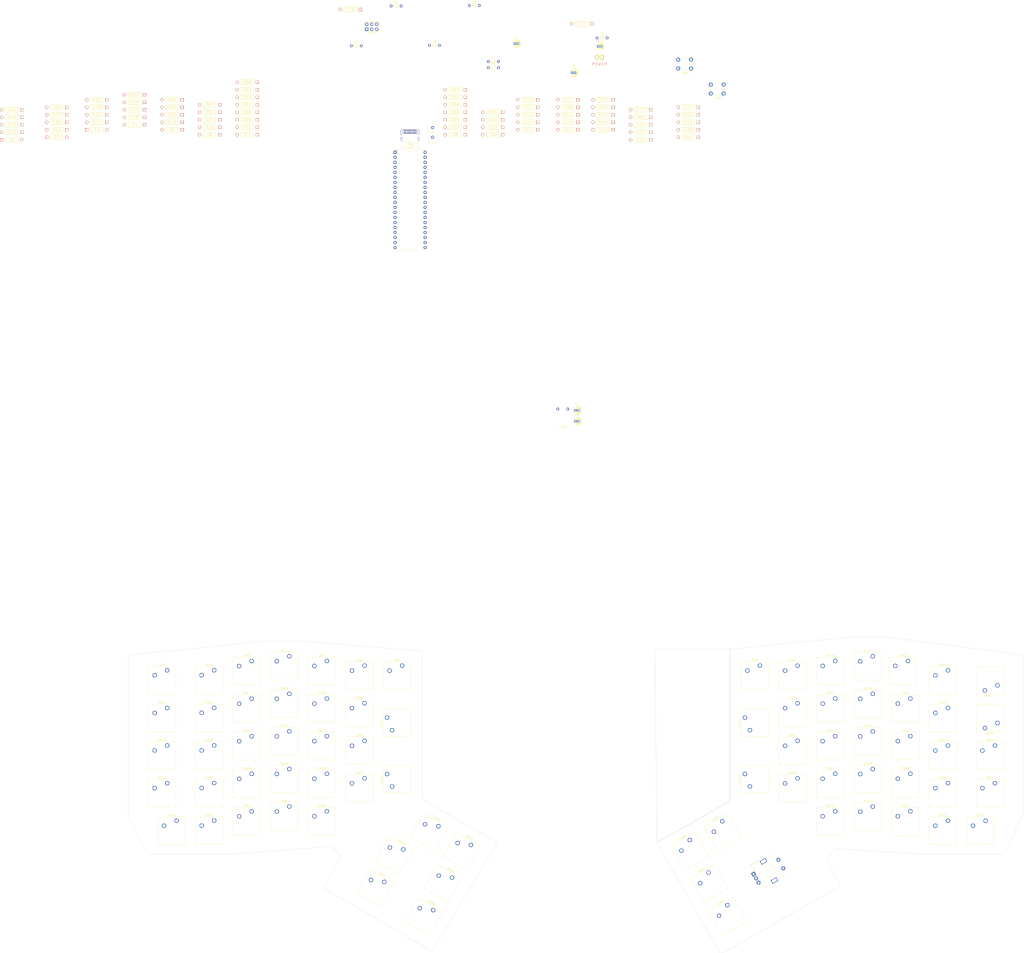
<source format=kicad_pcb>
(kicad_pcb (version 20171130) (host pcbnew "(5.1.4)-1")
  (layers (0 F.Cu signal) (31 B.Cu signal) (34 B.Paste user) (35 F.Paste user) (36 B.SilkS user) (37 F.SilkS user) (38 B.Mask user) (39 F.Mask user) (44 Edge.Cuts user))
  (net 0 "")
  (net 1 GND)
  (net 2 "Net-(C1-Pad1)")
  (net 3 "Net-(C2-Pad1)")
  (net 4 +5V)
  (net 5 "Net-(D1-Pad2)")
  (net 6 C1)
  (net 7 "Net-(D2-Pad2)")
  (net 8 C2)
  (net 9 "Net-(D3-Pad2)")
  (net 10 C3)
  (net 11 "Net-(D4-Pad2)")
  (net 12 C4)
  (net 13 "Net-(D5-Pad2)")
  (net 14 C5)
  (net 15 "Net-(D6-Pad2)")
  (net 16 C6)
  (net 17 "Net-(D7-Pad2)")
  (net 18 C7)
  (net 19 "Net-(D8-Pad2)")
  (net 20 C11)
  (net 21 "Net-(D9-Pad2)")
  (net 22 C12)
  (net 23 "Net-(D10-Pad2)")
  (net 24 C13)
  (net 25 "Net-(D11-Pad2)")
  (net 26 C14)
  (net 27 "Net-(D12-Pad2)")
  (net 28 C15)
  (net 29 "Net-(D13-Pad2)")
  (net 30 C16)
  (net 31 "Net-(D14-Pad2)")
  (net 32 C17)
  (net 33 "Net-(D15-Pad2)")
  (net 34 "Net-(D16-Pad2)")
  (net 35 "Net-(D17-Pad2)")
  (net 36 "Net-(D18-Pad2)")
  (net 37 "Net-(D19-Pad2)")
  (net 38 "Net-(D20-Pad2)")
  (net 39 "Net-(D21-Pad2)")
  (net 40 "Net-(D22-Pad2)")
  (net 41 "Net-(D23-Pad2)")
  (net 42 "Net-(D24-Pad2)")
  (net 43 "Net-(D25-Pad2)")
  (net 44 "Net-(D26-Pad2)")
  (net 45 "Net-(D27-Pad2)")
  (net 46 "Net-(D28-Pad2)")
  (net 47 "Net-(D29-Pad2)")
  (net 48 "Net-(D30-Pad2)")
  (net 49 "Net-(D31-Pad2)")
  (net 50 "Net-(D32-Pad2)")
  (net 51 "Net-(D33-Pad2)")
  (net 52 "Net-(D34-Pad2)")
  (net 53 "Net-(D35-Pad2)")
  (net 54 "Net-(D36-Pad2)")
  (net 55 C8)
  (net 56 "Net-(D37-Pad2)")
  (net 57 C9)
  (net 58 "Net-(D38-Pad2)")
  (net 59 C10)
  (net 60 "Net-(D39-Pad2)")
  (net 61 "Net-(D40-Pad2)")
  (net 62 "Net-(D41-Pad2)")
  (net 63 "Net-(D42-Pad2)")
  (net 64 "Net-(D43-Pad2)")
  (net 65 "Net-(D44-Pad2)")
  (net 66 "Net-(D45-Pad2)")
  (net 67 "Net-(D46-Pad2)")
  (net 68 "Net-(D47-Pad2)")
  (net 69 "Net-(D48-Pad2)")
  (net 70 "Net-(D49-Pad2)")
  (net 71 "Net-(D50-Pad2)")
  (net 72 "Net-(D51-Pad2)")
  (net 73 "Net-(D52-Pad2)")
  (net 74 "Net-(D53-Pad2)")
  (net 75 "Net-(D54-Pad2)")
  (net 76 "Net-(D55-Pad2)")
  (net 77 "Net-(D56-Pad2)")
  (net 78 "Net-(D57-Pad2)")
  (net 79 "Net-(D58-Pad2)")
  (net 80 "Net-(D59-Pad2)")
  (net 81 "Net-(D60-Pad2)")
  (net 82 "Net-(D61-Pad2)")
  (net 83 "Net-(D62-Pad2)")
  (net 84 "Net-(D63-Pad2)")
  (net 85 "Net-(D64-Pad2)")
  (net 86 "Net-(D65-Pad2)")
  (net 87 "Net-(D66-Pad2)")
  (net 88 "Net-(D67-Pad2)")
  (net 89 "Net-(D68-Pad2)")
  (net 90 "Net-(D69-Pad2)")
  (net 91 "Net-(D70-Pad2)")
  (net 92 "Net-(D71-Pad2)")
  (net 93 "Net-(D72-Pad2)")
  (net 94 "Net-(D73-Pad2)")
  (net 95 "Net-(D74-Pad2)")
  (net 96 "Net-(D75-Pad1)")
  (net 97 "Net-(D76-Pad1)")
  (net 98 "Net-(D77-Pad1)")
  (net 99 VCC)
  (net 100 reset)
  (net 101 MOSI)
  (net 102 SCK)
  (net 103 MISO)
  (net 104 "Net-(R1-Pad2)")
  (net 105 "Net-(R2-Pad2)")
  (net 106 D-)
  (net 107 D+)
  (net 108 A)
  (net 109 B)
  (net 110 C)
  (net 111 D)
  (net 112 E)
  (net 113 E3)
  (net 114 E2)
  (net 115 E1)
  (net 116 boot)
  (net 117 L1)
  (net 118 L2)
  (net 119 L3)
  (net 120 L4)
  (net 121 L5)
  (net 122 "Net-(U1-Pad32)")
  (net 123 "Net-(USB1-PadB8)")
  (net 124 "Net-(USB1-PadA8)")
  (module Button_Switch_Keyboard:SW_Cherry_MX_1.00u_PCB (layer F.Cu) (at 97.57 207.95)
    (fp_text reference SW62 (at -2.54 -2.794) (layer F.SilkS))
    (fp_text value SWITCH_PUSH)
    (pad "" np_thru_hole circle (at 2.54 5.08) (size 1.7 1.7) (drill 1.7) (layers *.Cu *.Mask))
    (pad "" np_thru_hole circle (at -7.62 5.08) (size 1.7 1.7) (drill 1.7) (layers *.Cu *.Mask))
    (pad "" np_thru_hole circle (at -2.54 5.08) (size 4 4) (drill 4) (layers *.Cu *.Mask))
    (pad 2 thru_hole circle (at -6.35 2.54) (size 2.2 2.2) (drill 1.5) (layers *.Cu *.Mask) (net 83 "Net-(D62-Pad2)"))
    (pad 1 thru_hole circle (at 0 0) (size 2.2 2.2) (drill 1.5) (layers *.Cu *.Mask) (net 112 E))
  )
  (module Button_Switch_Keyboard:SW_Cherry_MX_2.00u_PCB (layer F.Cu) (at 202.85 238.96 330)
    (fp_text reference SW67 (at -2.54 -2.794 150) (layer F.SilkS))
    (fp_text value SWITCH_PUSH)
    (pad "" np_thru_hole circle (at 9.36 -1.92 330) (size 3.05 3.05) (drill 3.05) (layers *.Cu *.Mask))
    (pad "" np_thru_hole circle (at -14.44 -1.92 330) (size 3.05 3.05) (drill 3.05) (layers *.Cu *.Mask))
    (pad "" np_thru_hole circle (at -14.44 13.32 330) (size 4 4) (drill 4) (layers *.Cu *.Mask))
    (pad "" np_thru_hole circle (at 9.36 13.32 330) (size 4 4) (drill 4) (layers *.Cu *.Mask))
    (pad "" np_thru_hole circle (at 2.54 5.08 330) (size 1.7 1.7) (drill 1.7) (layers *.Cu *.Mask))
    (pad "" np_thru_hole circle (at -7.62 5.08 330) (size 1.7 1.7) (drill 1.7) (layers *.Cu *.Mask))
    (pad "" np_thru_hole circle (at -2.54 5.08 330) (size 4 4) (drill 4) (layers *.Cu *.Mask))
    (pad 2 thru_hole circle (at -6.35 2.54 330) (size 2.2 2.2) (drill 1.5) (layers *.Cu *.Mask) (net 88 "Net-(D67-Pad2)"))
    (pad 1 thru_hole circle (at 0 0 330) (size 2.2 2.2) (drill 1.5) (layers *.Cu *.Mask) (net 112 E))
  )
  (module Button_Switch_Keyboard:SW_Cherry_MX_1.50u_PCB (layer F.Cu) (at 512.31 188.91)
    (fp_text reference SW61 (at -2.54 -2.794) (layer F.SilkS))
    (fp_text value SWITCH_PUSH)
    (pad "" np_thru_hole circle (at 2.54 5.08) (size 1.7 1.7) (drill 1.7) (layers *.Cu *.Mask))
    (pad "" np_thru_hole circle (at -7.62 5.08) (size 1.7 1.7) (drill 1.7) (layers *.Cu *.Mask))
    (pad "" np_thru_hole circle (at -2.54 5.08) (size 4 4) (drill 4) (layers *.Cu *.Mask))
    (pad 2 thru_hole circle (at -6.35 2.54) (size 2.2 2.2) (drill 1.5) (layers *.Cu *.Mask) (net 82 "Net-(D61-Pad2)"))
    (pad 1 thru_hole circle (at 0 0) (size 2.2 2.2) (drill 1.5) (layers *.Cu *.Mask) (net 111 D))
  )
  (module Button_Switch_Keyboard:SW_Cherry_MX_2.00u_PCB (layer F.Cu) (at 212.45 222.52 330)
    (fp_text reference SW52 (at -2.54 -2.794 150) (layer F.SilkS))
    (fp_text value SWITCH_PUSH)
    (pad "" np_thru_hole circle (at 9.36 -1.92 330) (size 3.05 3.05) (drill 3.05) (layers *.Cu *.Mask))
    (pad "" np_thru_hole circle (at -14.44 -1.92 330) (size 3.05 3.05) (drill 3.05) (layers *.Cu *.Mask))
    (pad "" np_thru_hole circle (at -14.44 13.32 330) (size 4 4) (drill 4) (layers *.Cu *.Mask))
    (pad "" np_thru_hole circle (at 9.36 13.32 330) (size 4 4) (drill 4) (layers *.Cu *.Mask))
    (pad "" np_thru_hole circle (at 2.54 5.08 330) (size 1.7 1.7) (drill 1.7) (layers *.Cu *.Mask))
    (pad "" np_thru_hole circle (at -7.62 5.08 330) (size 1.7 1.7) (drill 1.7) (layers *.Cu *.Mask))
    (pad "" np_thru_hole circle (at -2.54 5.08 330) (size 4 4) (drill 4) (layers *.Cu *.Mask))
    (pad 2 thru_hole circle (at -6.35 2.54 330) (size 2.2 2.2) (drill 1.5) (layers *.Cu *.Mask) (net 73 "Net-(D52-Pad2)"))
    (pad 1 thru_hole circle (at 0 0 330) (size 2.2 2.2) (drill 1.5) (layers *.Cu *.Mask) (net 111 D))
  )
  (module Button_Switch_Keyboard:SW_Cherry_MX_1.50u_PCB (layer F.Cu) (at 92.8 188.9)
    (fp_text reference SW46 (at -2.54 -2.794) (layer F.SilkS))
    (fp_text value SWITCH_PUSH)
    (pad "" np_thru_hole circle (at 2.54 5.08) (size 1.7 1.7) (drill 1.7) (layers *.Cu *.Mask))
    (pad "" np_thru_hole circle (at -7.62 5.08) (size 1.7 1.7) (drill 1.7) (layers *.Cu *.Mask))
    (pad "" np_thru_hole circle (at -2.54 5.08) (size 4 4) (drill 4) (layers *.Cu *.Mask))
    (pad 2 thru_hole circle (at -6.35 2.54) (size 2.2 2.2) (drill 1.5) (layers *.Cu *.Mask) (net 67 "Net-(D46-Pad2)"))
    (pad 1 thru_hole circle (at 0 0) (size 2.2 2.2) (drill 1.5) (layers *.Cu *.Mask) (net 111 D))
  )
  (module Button_Switch_Keyboard:SW_Cherry_MX_1.50u_PCB (layer F.Cu) (at 512.31 169.85)
    (fp_text reference SW45 (at -2.54 -2.794) (layer F.SilkS))
    (fp_text value SWITCH_PUSH)
    (pad "" np_thru_hole circle (at 2.54 5.08) (size 1.7 1.7) (drill 1.7) (layers *.Cu *.Mask))
    (pad "" np_thru_hole circle (at -7.62 5.08) (size 1.7 1.7) (drill 1.7) (layers *.Cu *.Mask))
    (pad "" np_thru_hole circle (at -2.54 5.08) (size 4 4) (drill 4) (layers *.Cu *.Mask))
    (pad 2 thru_hole circle (at -6.35 2.54) (size 2.2 2.2) (drill 1.5) (layers *.Cu *.Mask) (net 66 "Net-(D45-Pad2)"))
    (pad 1 thru_hole circle (at 0 0) (size 2.2 2.2) (drill 1.5) (layers *.Cu *.Mask) (net 110 C))
  )
  (module Button_Switch_Keyboard:SW_Cherry_MX_1.50u_PCB (layer F.Cu) (at 385.61 184.25 90)
    (fp_text reference SW39 (at -2.54 -2.794 90) (layer F.SilkS))
    (fp_text value SWITCH_PUSH)
    (pad "" np_thru_hole circle (at 2.54 5.08 90) (size 1.7 1.7) (drill 1.7) (layers *.Cu *.Mask))
    (pad "" np_thru_hole circle (at -7.62 5.08 90) (size 1.7 1.7) (drill 1.7) (layers *.Cu *.Mask))
    (pad "" np_thru_hole circle (at -2.54 5.08 90) (size 4 4) (drill 4) (layers *.Cu *.Mask))
    (pad 2 thru_hole circle (at -6.35 2.54 90) (size 2.2 2.2) (drill 1.5) (layers *.Cu *.Mask) (net 60 "Net-(D39-Pad2)"))
    (pad 1 thru_hole circle (at 0 0 90) (size 2.2 2.2) (drill 1.5) (layers *.Cu *.Mask) (net 110 C))
  )
  (module Button_Switch_Keyboard:SW_Cherry_MX_1.50u_PCB (layer F.Cu) (at 204.25 184.29 90)
    (fp_text reference SW35 (at -2.54 -2.794 90) (layer F.SilkS))
    (fp_text value SWITCH_PUSH)
    (pad "" np_thru_hole circle (at 2.54 5.08 90) (size 1.7 1.7) (drill 1.7) (layers *.Cu *.Mask))
    (pad "" np_thru_hole circle (at -7.62 5.08 90) (size 1.7 1.7) (drill 1.7) (layers *.Cu *.Mask))
    (pad "" np_thru_hole circle (at -2.54 5.08 90) (size 4 4) (drill 4) (layers *.Cu *.Mask))
    (pad 2 thru_hole circle (at -6.35 2.54 90) (size 2.2 2.2) (drill 1.5) (layers *.Cu *.Mask) (net 53 "Net-(D35-Pad2)"))
    (pad 1 thru_hole circle (at 0 0 90) (size 2.2 2.2) (drill 1.5) (layers *.Cu *.Mask) (net 110 C))
  )
  (module Button_Switch_Keyboard:SW_Cherry_MX_1.50u_PCB (layer F.Cu) (at 92.8 169.8)
    (fp_text reference SW29 (at -2.54 -2.794) (layer F.SilkS))
    (fp_text value SWITCH_PUSH)
    (pad "" np_thru_hole circle (at 2.54 5.08) (size 1.7 1.7) (drill 1.7) (layers *.Cu *.Mask))
    (pad "" np_thru_hole circle (at -7.62 5.08) (size 1.7 1.7) (drill 1.7) (layers *.Cu *.Mask))
    (pad "" np_thru_hole circle (at -2.54 5.08) (size 4 4) (drill 4) (layers *.Cu *.Mask))
    (pad 2 thru_hole circle (at -6.35 2.54) (size 2.2 2.2) (drill 1.5) (layers *.Cu *.Mask) (net 47 "Net-(D29-Pad2)"))
    (pad 1 thru_hole circle (at 0 0) (size 2.2 2.2) (drill 1.5) (layers *.Cu *.Mask) (net 110 C))
  )
  (module Button_Switch_Keyboard:SW_Cherry_MX_1.50u_PCB (layer F.Cu) (at 507.23 160.97 180)
    (fp_text reference SW28 (at -2.54 -2.794) (layer F.SilkS))
    (fp_text value SWITCH_PUSH)
    (pad "" np_thru_hole circle (at 2.54 5.08 180) (size 1.7 1.7) (drill 1.7) (layers *.Cu *.Mask))
    (pad "" np_thru_hole circle (at -7.62 5.08 180) (size 1.7 1.7) (drill 1.7) (layers *.Cu *.Mask))
    (pad "" np_thru_hole circle (at -2.54 5.08 180) (size 4 4) (drill 4) (layers *.Cu *.Mask))
    (pad 2 thru_hole circle (at -6.35 2.54 180) (size 2.2 2.2) (drill 1.5) (layers *.Cu *.Mask) (net 46 "Net-(D28-Pad2)"))
    (pad 1 thru_hole circle (at 0 0 180) (size 2.2 2.2) (drill 1.5) (layers *.Cu *.Mask) (net 109 B))
  )
  (module Button_Switch_Keyboard:SW_Cherry_MX_1.50u_PCB (layer F.Cu) (at 385.61 155.7 90)
    (fp_text reference SW22 (at -2.54 -2.794 90) (layer F.SilkS))
    (fp_text value SWITCH_PUSH)
    (pad "" np_thru_hole circle (at 2.54 5.08 90) (size 1.7 1.7) (drill 1.7) (layers *.Cu *.Mask))
    (pad "" np_thru_hole circle (at -7.62 5.08 90) (size 1.7 1.7) (drill 1.7) (layers *.Cu *.Mask))
    (pad "" np_thru_hole circle (at -2.54 5.08 90) (size 4 4) (drill 4) (layers *.Cu *.Mask))
    (pad 2 thru_hole circle (at -6.35 2.54 90) (size 2.2 2.2) (drill 1.5) (layers *.Cu *.Mask) (net 40 "Net-(D22-Pad2)"))
    (pad 1 thru_hole circle (at 0 0 90) (size 2.2 2.2) (drill 1.5) (layers *.Cu *.Mask) (net 109 B))
  )
  (module Button_Switch_Keyboard:SW_Cherry_MX_1.50u_PCB (layer F.Cu) (at 204.23 155.68 90)
    (fp_text reference SW21 (at -2.54 -2.794 90) (layer F.SilkS))
    (fp_text value SWITCH_PUSH)
    (pad "" np_thru_hole circle (at 2.54 5.08 90) (size 1.7 1.7) (drill 1.7) (layers *.Cu *.Mask))
    (pad "" np_thru_hole circle (at -7.62 5.08 90) (size 1.7 1.7) (drill 1.7) (layers *.Cu *.Mask))
    (pad "" np_thru_hole circle (at -2.54 5.08 90) (size 4 4) (drill 4) (layers *.Cu *.Mask))
    (pad 2 thru_hole circle (at -6.35 2.54 90) (size 2.2 2.2) (drill 1.5) (layers *.Cu *.Mask) (net 39 "Net-(D21-Pad2)"))
    (pad 1 thru_hole circle (at 0 0 90) (size 2.2 2.2) (drill 1.5) (layers *.Cu *.Mask) (net 109 B))
  )
  (module Button_Switch_Keyboard:SW_Cherry_MX_1.50u_PCB (layer F.Cu) (at 92.8 150.8)
    (fp_text reference SW15 (at -2.54 -2.794) (layer F.SilkS))
    (fp_text value SWITCH_PUSH)
    (pad "" np_thru_hole circle (at 2.54 5.08) (size 1.7 1.7) (drill 1.7) (layers *.Cu *.Mask))
    (pad "" np_thru_hole circle (at -7.62 5.08) (size 1.7 1.7) (drill 1.7) (layers *.Cu *.Mask))
    (pad "" np_thru_hole circle (at -2.54 5.08) (size 4 4) (drill 4) (layers *.Cu *.Mask))
    (pad 2 thru_hole circle (at -6.35 2.54) (size 2.2 2.2) (drill 1.5) (layers *.Cu *.Mask) (net 33 "Net-(D15-Pad2)"))
    (pad 1 thru_hole circle (at 0 0) (size 2.2 2.2) (drill 1.5) (layers *.Cu *.Mask) (net 109 B))
  )
  (module Button_Switch_Keyboard:SW_Cherry_MX_1.50u_PCB (layer F.Cu) (at 507.23 141.92 180)
    (fp_text reference SW14 (at -2.54 -2.794) (layer F.SilkS))
    (fp_text value SWITCH_PUSH)
    (pad "" np_thru_hole circle (at 2.54 5.08 180) (size 1.7 1.7) (drill 1.7) (layers *.Cu *.Mask))
    (pad "" np_thru_hole circle (at -7.62 5.08 180) (size 1.7 1.7) (drill 1.7) (layers *.Cu *.Mask))
    (pad "" np_thru_hole circle (at -2.54 5.08 180) (size 4 4) (drill 4) (layers *.Cu *.Mask))
    (pad 2 thru_hole circle (at -6.35 2.54 180) (size 2.2 2.2) (drill 1.5) (layers *.Cu *.Mask) (net 31 "Net-(D14-Pad2)"))
    (pad 1 thru_hole circle (at 0 0 180) (size 2.2 2.2) (drill 1.5) (layers *.Cu *.Mask) (net 108 A))
  )
  (module Button_Switch_Keyboard:SW_Cherry_MX_1.50u_PCB (layer F.Cu) (at 92.8 131.7)
    (fp_text reference SW1 (at -2.54 -2.794) (layer F.SilkS))
    (fp_text value SWITCH_PUSH)
    (pad "" np_thru_hole circle (at 2.54 5.08) (size 1.7 1.7) (drill 1.7) (layers *.Cu *.Mask))
    (pad "" np_thru_hole circle (at -7.62 5.08) (size 1.7 1.7) (drill 1.7) (layers *.Cu *.Mask))
    (pad "" np_thru_hole circle (at -2.54 5.08) (size 4 4) (drill 4) (layers *.Cu *.Mask))
    (pad 2 thru_hole circle (at -6.35 2.54) (size 2.2 2.2) (drill 1.5) (layers *.Cu *.Mask) (net 5 "Net-(D1-Pad2)"))
    (pad 1 thru_hole circle (at 0 0) (size 2.2 2.2) (drill 1.5) (layers *.Cu *.Mask) (net 108 A))
  )
  (module Button_Switch_Keyboard:SW_Cherry_MX_1.00u_PCB (layer F.Cu) (at 488.49 188.9)
    (fp_text reference SW60 (at -2.54 -2.794) (layer F.SilkS))
    (fp_text value SWITCH_PUSH)
    (pad "" np_thru_hole circle (at 2.54 5.08) (size 1.7 1.7) (drill 1.7) (layers *.Cu *.Mask))
    (pad "" np_thru_hole circle (at -7.62 5.08) (size 1.7 1.7) (drill 1.7) (layers *.Cu *.Mask))
    (pad "" np_thru_hole circle (at -2.54 5.08) (size 4 4) (drill 4) (layers *.Cu *.Mask))
    (pad 2 thru_hole circle (at -6.35 2.54) (size 2.2 2.2) (drill 1.5) (layers *.Cu *.Mask) (net 81 "Net-(D60-Pad2)"))
    (pad 1 thru_hole circle (at 0 0) (size 2.2 2.2) (drill 1.5) (layers *.Cu *.Mask) (net 111 D))
  )
  (module Button_Switch_Keyboard:SW_Cherry_MX_1.00u_PCB (layer F.Cu) (at 412.29 167.45)
    (fp_text reference SW40 (at -2.54 -2.794) (layer F.SilkS))
    (fp_text value SWITCH_PUSH)
    (pad "" np_thru_hole circle (at 2.54 5.08) (size 1.7 1.7) (drill 1.7) (layers *.Cu *.Mask))
    (pad "" np_thru_hole circle (at -7.62 5.08) (size 1.7 1.7) (drill 1.7) (layers *.Cu *.Mask))
    (pad "" np_thru_hole circle (at -2.54 5.08) (size 4 4) (drill 4) (layers *.Cu *.Mask))
    (pad 2 thru_hole circle (at -6.35 2.54) (size 2.2 2.2) (drill 1.5) (layers *.Cu *.Mask) (net 61 "Net-(D40-Pad2)"))
    (pad 1 thru_hole circle (at 0 0) (size 2.2 2.2) (drill 1.5) (layers *.Cu *.Mask) (net 110 C))
  )
  (module Button_Switch_Keyboard:SW_Cherry_MX_1.00u_PCB (layer F.Cu) (at 412.29 148.4)
    (fp_text reference SW23 (at -2.54 -2.794) (layer F.SilkS))
    (fp_text value SWITCH_PUSH)
    (pad "" np_thru_hole circle (at 2.54 5.08) (size 1.7 1.7) (drill 1.7) (layers *.Cu *.Mask))
    (pad "" np_thru_hole circle (at -7.62 5.08) (size 1.7 1.7) (drill 1.7) (layers *.Cu *.Mask))
    (pad "" np_thru_hole circle (at -2.54 5.08) (size 4 4) (drill 4) (layers *.Cu *.Mask))
    (pad 2 thru_hole circle (at -6.35 2.54) (size 2.2 2.2) (drill 1.5) (layers *.Cu *.Mask) (net 41 "Net-(D23-Pad2)"))
    (pad 1 thru_hole circle (at 0 0) (size 2.2 2.2) (drill 1.5) (layers *.Cu *.Mask) (net 109 B))
  )
  (module Button_Switch_Keyboard:SW_Cherry_MX_1.00u_PCB (layer F.Cu) (at 237.2 236.75 330)
    (fp_text reference SW53 (at -2.54 -2.794 150) (layer F.SilkS))
    (fp_text value SWITCH_PUSH)
    (pad "" np_thru_hole circle (at 2.54 5.08 330) (size 1.7 1.7) (drill 1.7) (layers *.Cu *.Mask))
    (pad "" np_thru_hole circle (at -7.62 5.08 330) (size 1.7 1.7) (drill 1.7) (layers *.Cu *.Mask))
    (pad "" np_thru_hole circle (at -2.54 5.08 330) (size 4 4) (drill 4) (layers *.Cu *.Mask))
    (pad 2 thru_hole circle (at -6.35 2.54 330) (size 2.2 2.2) (drill 1.5) (layers *.Cu *.Mask) (net 74 "Net-(D53-Pad2)"))
    (pad 1 thru_hole circle (at 0 0 330) (size 2.2 2.2) (drill 1.5) (layers *.Cu *.Mask) (net 111 D))
  )
  (module Button_Switch_Keyboard:SW_Cherry_MX_1.00u_PCB (layer F.Cu) (at 173.75 146.03)
    (fp_text reference SW19 (at -2.54 -2.794) (layer F.SilkS))
    (fp_text value SWITCH_PUSH)
    (pad "" np_thru_hole circle (at 2.54 5.08) (size 1.7 1.7) (drill 1.7) (layers *.Cu *.Mask))
    (pad "" np_thru_hole circle (at -7.62 5.08) (size 1.7 1.7) (drill 1.7) (layers *.Cu *.Mask))
    (pad "" np_thru_hole circle (at -2.54 5.08) (size 4 4) (drill 4) (layers *.Cu *.Mask))
    (pad 2 thru_hole circle (at -6.35 2.54) (size 2.2 2.2) (drill 1.5) (layers *.Cu *.Mask) (net 37 "Net-(D19-Pad2)"))
    (pad 1 thru_hole circle (at 0 0) (size 2.2 2.2) (drill 1.5) (layers *.Cu *.Mask) (net 109 B))
  )
  (module Button_Switch_Keyboard:SW_Cherry_MX_1.00u_PCB (layer F.Cu) (at 154.71 143.62)
    (fp_text reference SW18 (at -2.54 -2.794) (layer F.SilkS))
    (fp_text value SWITCH_PUSH)
    (pad "" np_thru_hole circle (at 2.54 5.08) (size 1.7 1.7) (drill 1.7) (layers *.Cu *.Mask))
    (pad "" np_thru_hole circle (at -7.62 5.08) (size 1.7 1.7) (drill 1.7) (layers *.Cu *.Mask))
    (pad "" np_thru_hole circle (at -2.54 5.08) (size 4 4) (drill 4) (layers *.Cu *.Mask))
    (pad 2 thru_hole circle (at -6.35 2.54) (size 2.2 2.2) (drill 1.5) (layers *.Cu *.Mask) (net 36 "Net-(D18-Pad2)"))
    (pad 1 thru_hole circle (at 0 0) (size 2.2 2.2) (drill 1.5) (layers *.Cu *.Mask) (net 109 B))
  )
  (module Button_Switch_Keyboard:SW_Cherry_MX_1.00u_PCB (layer F.Cu) (at 154.71 162.67)
    (fp_text reference SW32 (at -2.54 -2.794) (layer F.SilkS))
    (fp_text value SWITCH_PUSH)
    (pad "" np_thru_hole circle (at 2.54 5.08) (size 1.7 1.7) (drill 1.7) (layers *.Cu *.Mask))
    (pad "" np_thru_hole circle (at -7.62 5.08) (size 1.7 1.7) (drill 1.7) (layers *.Cu *.Mask))
    (pad "" np_thru_hole circle (at -2.54 5.08) (size 4 4) (drill 4) (layers *.Cu *.Mask))
    (pad 2 thru_hole circle (at -6.35 2.54) (size 2.2 2.2) (drill 1.5) (layers *.Cu *.Mask) (net 50 "Net-(D32-Pad2)"))
    (pad 1 thru_hole circle (at 0 0) (size 2.2 2.2) (drill 1.5) (layers *.Cu *.Mask) (net 110 C))
  )
  (module Button_Switch_Keyboard:SW_Cherry_MX_1.00u_PCB (layer F.Cu) (at 431.37 146.03)
    (fp_text reference SW24 (at -2.54 -2.794) (layer F.SilkS))
    (fp_text value SWITCH_PUSH)
    (pad "" np_thru_hole circle (at 2.54 5.08) (size 1.7 1.7) (drill 1.7) (layers *.Cu *.Mask))
    (pad "" np_thru_hole circle (at -7.62 5.08) (size 1.7 1.7) (drill 1.7) (layers *.Cu *.Mask))
    (pad "" np_thru_hole circle (at -2.54 5.08) (size 4 4) (drill 4) (layers *.Cu *.Mask))
    (pad 2 thru_hole circle (at -6.35 2.54) (size 2.2 2.2) (drill 1.5) (layers *.Cu *.Mask) (net 42 "Net-(D24-Pad2)"))
    (pad 1 thru_hole circle (at 0 0) (size 2.2 2.2) (drill 1.5) (layers *.Cu *.Mask) (net 109 B))
  )
  (module Button_Switch_Keyboard:SW_Cherry_MX_1.00u_PCB (layer F.Cu) (at 192.8 167.43)
    (fp_text reference SW34 (at -2.54 -2.794) (layer F.SilkS))
    (fp_text value SWITCH_PUSH)
    (pad "" np_thru_hole circle (at 2.54 5.08) (size 1.7 1.7) (drill 1.7) (layers *.Cu *.Mask))
    (pad "" np_thru_hole circle (at -7.62 5.08) (size 1.7 1.7) (drill 1.7) (layers *.Cu *.Mask))
    (pad "" np_thru_hole circle (at -2.54 5.08) (size 4 4) (drill 4) (layers *.Cu *.Mask))
    (pad 2 thru_hole circle (at -6.35 2.54) (size 2.2 2.2) (drill 1.5) (layers *.Cu *.Mask) (net 52 "Net-(D34-Pad2)"))
    (pad 1 thru_hole circle (at 0 0) (size 2.2 2.2) (drill 1.5) (layers *.Cu *.Mask) (net 110 C))
  )
  (module Button_Switch_Keyboard:SW_Cherry_MX_1.00u_PCB (layer F.Cu) (at 469.45 146.02)
    (fp_text reference SW26 (at -2.54 -2.794) (layer F.SilkS))
    (fp_text value SWITCH_PUSH)
    (pad "" np_thru_hole circle (at 2.54 5.08) (size 1.7 1.7) (drill 1.7) (layers *.Cu *.Mask))
    (pad "" np_thru_hole circle (at -7.62 5.08) (size 1.7 1.7) (drill 1.7) (layers *.Cu *.Mask))
    (pad "" np_thru_hole circle (at -2.54 5.08) (size 4 4) (drill 4) (layers *.Cu *.Mask))
    (pad 2 thru_hole circle (at -6.35 2.54) (size 2.2 2.2) (drill 1.5) (layers *.Cu *.Mask) (net 44 "Net-(D26-Pad2)"))
    (pad 1 thru_hole circle (at 0 0) (size 2.2 2.2) (drill 1.5) (layers *.Cu *.Mask) (net 109 B))
  )
  (module Button_Switch_Keyboard:SW_Cherry_MX_1.00u_PCB (layer F.Cu) (at 488.49 150.8)
    (fp_text reference SW27 (at -2.54 -2.794) (layer F.SilkS))
    (fp_text value SWITCH_PUSH)
    (pad "" np_thru_hole circle (at 2.54 5.08) (size 1.7 1.7) (drill 1.7) (layers *.Cu *.Mask))
    (pad "" np_thru_hole circle (at -7.62 5.08) (size 1.7 1.7) (drill 1.7) (layers *.Cu *.Mask))
    (pad "" np_thru_hole circle (at -2.54 5.08) (size 4 4) (drill 4) (layers *.Cu *.Mask))
    (pad 2 thru_hole circle (at -6.35 2.54) (size 2.2 2.2) (drill 1.5) (layers *.Cu *.Mask) (net 45 "Net-(D27-Pad2)"))
    (pad 1 thru_hole circle (at 0 0) (size 2.2 2.2) (drill 1.5) (layers *.Cu *.Mask) (net 109 B))
  )
  (module Button_Switch_Keyboard:SW_Cherry_MX_1.00u_PCB (layer F.Cu) (at 357.64 217.72 30)
    (fp_text reference SW38 (at -2.54 -2.794 30) (layer F.SilkS))
    (fp_text value SWITCH_PUSH)
    (pad "" np_thru_hole circle (at 2.54 5.08 30) (size 1.7 1.7) (drill 1.7) (layers *.Cu *.Mask))
    (pad "" np_thru_hole circle (at -7.62 5.08 30) (size 1.7 1.7) (drill 1.7) (layers *.Cu *.Mask))
    (pad "" np_thru_hole circle (at -2.54 5.08 30) (size 4 4) (drill 4) (layers *.Cu *.Mask))
    (pad 2 thru_hole circle (at -6.35 2.54 30) (size 2.2 2.2) (drill 1.5) (layers *.Cu *.Mask) (net 58 "Net-(D38-Pad2)"))
    (pad 1 thru_hole circle (at 0 0 30) (size 2.2 2.2) (drill 1.5) (layers *.Cu *.Mask) (net 110 C))
  )
  (module Button_Switch_Keyboard:SW_Cherry_MX_1.00u_PCB (layer F.Cu) (at 230.249705 210.740591 330)
    (fp_text reference SW36 (at -2.54 -2.794 150) (layer F.SilkS))
    (fp_text value SWITCH_PUSH)
    (pad "" np_thru_hole circle (at 2.54 5.08 330) (size 1.7 1.7) (drill 1.7) (layers *.Cu *.Mask))
    (pad "" np_thru_hole circle (at -7.62 5.08 330) (size 1.7 1.7) (drill 1.7) (layers *.Cu *.Mask))
    (pad "" np_thru_hole circle (at -2.54 5.08 330) (size 4 4) (drill 4) (layers *.Cu *.Mask))
    (pad 2 thru_hole circle (at -6.35 2.54 330) (size 2.2 2.2) (drill 1.5) (layers *.Cu *.Mask) (net 54 "Net-(D36-Pad2)"))
    (pad 1 thru_hole circle (at 0 0 330) (size 2.2 2.2) (drill 1.5) (layers *.Cu *.Mask) (net 110 C))
  )
  (module Button_Switch_Keyboard:SW_Cherry_MX_1.00u_PCB (layer F.Cu) (at 246.75 220.26 330)
    (fp_text reference SW37 (at -2.54 -2.794 150) (layer F.SilkS))
    (fp_text value SWITCH_PUSH)
    (pad "" np_thru_hole circle (at 2.54 5.08 330) (size 1.7 1.7) (drill 1.7) (layers *.Cu *.Mask))
    (pad "" np_thru_hole circle (at -7.62 5.08 330) (size 1.7 1.7) (drill 1.7) (layers *.Cu *.Mask))
    (pad "" np_thru_hole circle (at -2.54 5.08 330) (size 4 4) (drill 4) (layers *.Cu *.Mask))
    (pad 2 thru_hole circle (at -6.35 2.54 330) (size 2.2 2.2) (drill 1.5) (layers *.Cu *.Mask) (net 56 "Net-(D37-Pad2)"))
    (pad 1 thru_hole circle (at 0 0 330) (size 2.2 2.2) (drill 1.5) (layers *.Cu *.Mask) (net 110 C))
  )
  (module Button_Switch_Keyboard:SW_Cherry_MX_1.00u_PCB (layer F.Cu) (at 116.61 169.79)
    (fp_text reference SW30 (at -2.54 -2.794) (layer F.SilkS))
    (fp_text value SWITCH_PUSH)
    (pad "" np_thru_hole circle (at 2.54 5.08) (size 1.7 1.7) (drill 1.7) (layers *.Cu *.Mask))
    (pad "" np_thru_hole circle (at -7.62 5.08) (size 1.7 1.7) (drill 1.7) (layers *.Cu *.Mask))
    (pad "" np_thru_hole circle (at -2.54 5.08) (size 4 4) (drill 4) (layers *.Cu *.Mask))
    (pad 2 thru_hole circle (at -6.35 2.54) (size 2.2 2.2) (drill 1.5) (layers *.Cu *.Mask) (net 48 "Net-(D30-Pad2)"))
    (pad 1 thru_hole circle (at 0 0) (size 2.2 2.2) (drill 1.5) (layers *.Cu *.Mask) (net 110 C))
  )
  (module Button_Switch_Keyboard:SW_Cherry_MX_1.00u_PCB (layer F.Cu) (at 450.4 143.65)
    (fp_text reference SW25 (at -2.54 -2.794) (layer F.SilkS))
    (fp_text value SWITCH_PUSH)
    (pad "" np_thru_hole circle (at 2.54 5.08) (size 1.7 1.7) (drill 1.7) (layers *.Cu *.Mask))
    (pad "" np_thru_hole circle (at -7.62 5.08) (size 1.7 1.7) (drill 1.7) (layers *.Cu *.Mask))
    (pad "" np_thru_hole circle (at -2.54 5.08) (size 4 4) (drill 4) (layers *.Cu *.Mask))
    (pad 2 thru_hole circle (at -6.35 2.54) (size 2.2 2.2) (drill 1.5) (layers *.Cu *.Mask) (net 43 "Net-(D25-Pad2)"))
    (pad 1 thru_hole circle (at 0 0) (size 2.2 2.2) (drill 1.5) (layers *.Cu *.Mask) (net 109 B))
  )
  (module Button_Switch_Keyboard:SW_Cherry_MX_1.00u_PCB (layer F.Cu) (at 192.8 148.38)
    (fp_text reference SW20 (at -2.54 -2.794) (layer F.SilkS))
    (fp_text value SWITCH_PUSH)
    (pad "" np_thru_hole circle (at 2.54 5.08) (size 1.7 1.7) (drill 1.7) (layers *.Cu *.Mask))
    (pad "" np_thru_hole circle (at -7.62 5.08) (size 1.7 1.7) (drill 1.7) (layers *.Cu *.Mask))
    (pad "" np_thru_hole circle (at -2.54 5.08) (size 4 4) (drill 4) (layers *.Cu *.Mask))
    (pad 2 thru_hole circle (at -6.35 2.54) (size 2.2 2.2) (drill 1.5) (layers *.Cu *.Mask) (net 38 "Net-(D20-Pad2)"))
    (pad 1 thru_hole circle (at 0 0) (size 2.2 2.2) (drill 1.5) (layers *.Cu *.Mask) (net 109 B))
  )
  (module Button_Switch_Keyboard:SW_Cherry_MX_1.00u_PCB (layer F.Cu) (at 173.75 165.08)
    (fp_text reference SW33 (at -2.54 -2.794) (layer F.SilkS))
    (fp_text value SWITCH_PUSH)
    (pad "" np_thru_hole circle (at 2.54 5.08) (size 1.7 1.7) (drill 1.7) (layers *.Cu *.Mask))
    (pad "" np_thru_hole circle (at -7.62 5.08) (size 1.7 1.7) (drill 1.7) (layers *.Cu *.Mask))
    (pad "" np_thru_hole circle (at -2.54 5.08) (size 4 4) (drill 4) (layers *.Cu *.Mask))
    (pad 2 thru_hole circle (at -6.35 2.54) (size 2.2 2.2) (drill 1.5) (layers *.Cu *.Mask) (net 51 "Net-(D33-Pad2)"))
    (pad 1 thru_hole circle (at 0 0) (size 2.2 2.2) (drill 1.5) (layers *.Cu *.Mask) (net 110 C))
  )
  (module Button_Switch_Keyboard:SW_Cherry_MX_1.00u_PCB (layer F.Cu) (at 135.62 146.08)
    (fp_text reference SW17 (at -2.54 -2.794) (layer F.SilkS))
    (fp_text value SWITCH_PUSH)
    (pad "" np_thru_hole circle (at 2.54 5.08) (size 1.7 1.7) (drill 1.7) (layers *.Cu *.Mask))
    (pad "" np_thru_hole circle (at -7.62 5.08) (size 1.7 1.7) (drill 1.7) (layers *.Cu *.Mask))
    (pad "" np_thru_hole circle (at -2.54 5.08) (size 4 4) (drill 4) (layers *.Cu *.Mask))
    (pad 2 thru_hole circle (at -6.35 2.54) (size 2.2 2.2) (drill 1.5) (layers *.Cu *.Mask) (net 35 "Net-(D17-Pad2)"))
    (pad 1 thru_hole circle (at 0 0) (size 2.2 2.2) (drill 1.5) (layers *.Cu *.Mask) (net 109 B))
  )
  (module Button_Switch_Keyboard:SW_Cherry_MX_1.00u_PCB (layer F.Cu) (at 135.62 165.13)
    (fp_text reference SW31 (at -2.54 -2.794) (layer F.SilkS))
    (fp_text value SWITCH_PUSH)
    (pad "" np_thru_hole circle (at 2.54 5.08) (size 1.7 1.7) (drill 1.7) (layers *.Cu *.Mask))
    (pad "" np_thru_hole circle (at -7.62 5.08) (size 1.7 1.7) (drill 1.7) (layers *.Cu *.Mask))
    (pad "" np_thru_hole circle (at -2.54 5.08) (size 4 4) (drill 4) (layers *.Cu *.Mask))
    (pad 2 thru_hole circle (at -6.35 2.54) (size 2.2 2.2) (drill 1.5) (layers *.Cu *.Mask) (net 49 "Net-(D31-Pad2)"))
    (pad 1 thru_hole circle (at 0 0) (size 2.2 2.2) (drill 1.5) (layers *.Cu *.Mask) (net 110 C))
  )
  (module Button_Switch_Keyboard:SW_Cherry_MX_1.00u_PCB (layer F.Cu) (at 507.56 207.96)
    (fp_text reference SW74 (at -2.54 -2.794) (layer F.SilkS))
    (fp_text value SWITCH_PUSH)
    (pad "" np_thru_hole circle (at 2.54 5.08) (size 1.7 1.7) (drill 1.7) (layers *.Cu *.Mask))
    (pad "" np_thru_hole circle (at -7.62 5.08) (size 1.7 1.7) (drill 1.7) (layers *.Cu *.Mask))
    (pad "" np_thru_hole circle (at -2.54 5.08) (size 4 4) (drill 4) (layers *.Cu *.Mask))
    (pad 2 thru_hole circle (at -6.35 2.54) (size 2.2 2.2) (drill 1.5) (layers *.Cu *.Mask) (net 95 "Net-(D74-Pad2)"))
    (pad 1 thru_hole circle (at 0 0) (size 2.2 2.2) (drill 1.5) (layers *.Cu *.Mask) (net 112 E))
  )
  (module Button_Switch_Keyboard:SW_Cherry_MX_1.00u_PCB (layer F.Cu) (at 116.61 207.89)
    (fp_text reference SW63 (at -2.54 -2.794) (layer F.SilkS))
    (fp_text value SWITCH_PUSH)
    (pad "" np_thru_hole circle (at 2.54 5.08) (size 1.7 1.7) (drill 1.7) (layers *.Cu *.Mask))
    (pad "" np_thru_hole circle (at -7.62 5.08) (size 1.7 1.7) (drill 1.7) (layers *.Cu *.Mask))
    (pad "" np_thru_hole circle (at -2.54 5.08) (size 4 4) (drill 4) (layers *.Cu *.Mask))
    (pad 2 thru_hole circle (at -6.35 2.54) (size 2.2 2.2) (drill 1.5) (layers *.Cu *.Mask) (net 84 "Net-(D63-Pad2)"))
    (pad 1 thru_hole circle (at 0 0) (size 2.2 2.2) (drill 1.5) (layers *.Cu *.Mask) (net 112 E))
  )
  (module Button_Switch_Keyboard:SW_Cherry_MX_1.00u_PCB (layer F.Cu) (at 469.45 184.12)
    (fp_text reference SW59 (at -2.54 -2.794) (layer F.SilkS))
    (fp_text value SWITCH_PUSH)
    (pad "" np_thru_hole circle (at 2.54 5.08) (size 1.7 1.7) (drill 1.7) (layers *.Cu *.Mask))
    (pad "" np_thru_hole circle (at -7.62 5.08) (size 1.7 1.7) (drill 1.7) (layers *.Cu *.Mask))
    (pad "" np_thru_hole circle (at -2.54 5.08) (size 4 4) (drill 4) (layers *.Cu *.Mask))
    (pad 2 thru_hole circle (at -6.35 2.54) (size 2.2 2.2) (drill 1.5) (layers *.Cu *.Mask) (net 80 "Net-(D59-Pad2)"))
    (pad 1 thru_hole circle (at 0 0) (size 2.2 2.2) (drill 1.5) (layers *.Cu *.Mask) (net 111 D))
  )
  (module Button_Switch_Keyboard:SW_Cherry_MX_1.00u_PCB (layer F.Cu) (at 450.4 181.75)
    (fp_text reference SW58 (at -2.54 -2.794) (layer F.SilkS))
    (fp_text value SWITCH_PUSH)
    (pad "" np_thru_hole circle (at 2.54 5.08) (size 1.7 1.7) (drill 1.7) (layers *.Cu *.Mask))
    (pad "" np_thru_hole circle (at -7.62 5.08) (size 1.7 1.7) (drill 1.7) (layers *.Cu *.Mask))
    (pad "" np_thru_hole circle (at -2.54 5.08) (size 4 4) (drill 4) (layers *.Cu *.Mask))
    (pad 2 thru_hole circle (at -6.35 2.54) (size 2.2 2.2) (drill 1.5) (layers *.Cu *.Mask) (net 79 "Net-(D58-Pad2)"))
    (pad 1 thru_hole circle (at 0 0) (size 2.2 2.2) (drill 1.5) (layers *.Cu *.Mask) (net 111 D))
  )
  (module Button_Switch_Keyboard:SW_Cherry_MX_1.00u_PCB (layer F.Cu) (at 192.8 186.48)
    (fp_text reference SW51 (at -2.54 -2.794) (layer F.SilkS))
    (fp_text value SWITCH_PUSH)
    (pad "" np_thru_hole circle (at 2.54 5.08) (size 1.7 1.7) (drill 1.7) (layers *.Cu *.Mask))
    (pad "" np_thru_hole circle (at -7.62 5.08) (size 1.7 1.7) (drill 1.7) (layers *.Cu *.Mask))
    (pad "" np_thru_hole circle (at -2.54 5.08) (size 4 4) (drill 4) (layers *.Cu *.Mask))
    (pad 2 thru_hole circle (at -6.35 2.54) (size 2.2 2.2) (drill 1.5) (layers *.Cu *.Mask) (net 72 "Net-(D51-Pad2)"))
    (pad 1 thru_hole circle (at 0 0) (size 2.2 2.2) (drill 1.5) (layers *.Cu *.Mask) (net 111 D))
  )
  (module Button_Switch_Keyboard:SW_Cherry_MX_1.00u_PCB (layer F.Cu) (at 431.35 184.13)
    (fp_text reference SW57 (at -2.54 -2.794) (layer F.SilkS))
    (fp_text value SWITCH_PUSH)
    (pad "" np_thru_hole circle (at 2.54 5.08) (size 1.7 1.7) (drill 1.7) (layers *.Cu *.Mask))
    (pad "" np_thru_hole circle (at -7.62 5.08) (size 1.7 1.7) (drill 1.7) (layers *.Cu *.Mask))
    (pad "" np_thru_hole circle (at -2.54 5.08) (size 4 4) (drill 4) (layers *.Cu *.Mask))
    (pad 2 thru_hole circle (at -6.35 2.54) (size 2.2 2.2) (drill 1.5) (layers *.Cu *.Mask) (net 78 "Net-(D57-Pad2)"))
    (pad 1 thru_hole circle (at 0 0) (size 2.2 2.2) (drill 1.5) (layers *.Cu *.Mask) (net 111 D))
  )
  (module Button_Switch_Keyboard:SW_Cherry_MX_1.00u_PCB (layer F.Cu) (at 154.71 181.72)
    (fp_text reference SW49 (at -2.54 -2.794) (layer F.SilkS))
    (fp_text value SWITCH_PUSH)
    (pad "" np_thru_hole circle (at 2.54 5.08) (size 1.7 1.7) (drill 1.7) (layers *.Cu *.Mask))
    (pad "" np_thru_hole circle (at -7.62 5.08) (size 1.7 1.7) (drill 1.7) (layers *.Cu *.Mask))
    (pad "" np_thru_hole circle (at -2.54 5.08) (size 4 4) (drill 4) (layers *.Cu *.Mask))
    (pad 2 thru_hole circle (at -6.35 2.54) (size 2.2 2.2) (drill 1.5) (layers *.Cu *.Mask) (net 70 "Net-(D49-Pad2)"))
    (pad 1 thru_hole circle (at 0 0) (size 2.2 2.2) (drill 1.5) (layers *.Cu *.Mask) (net 111 D))
  )
  (module Button_Switch_Keyboard:SW_Cherry_MX_1.00u_PCB (layer F.Cu) (at 374.12 208.21 30)
    (fp_text reference SW55 (at -2.54 -2.794 30) (layer F.SilkS))
    (fp_text value SWITCH_PUSH)
    (pad "" np_thru_hole circle (at 2.54 5.08 30) (size 1.7 1.7) (drill 1.7) (layers *.Cu *.Mask))
    (pad "" np_thru_hole circle (at -7.62 5.08 30) (size 1.7 1.7) (drill 1.7) (layers *.Cu *.Mask))
    (pad "" np_thru_hole circle (at -2.54 5.08 30) (size 4 4) (drill 4) (layers *.Cu *.Mask))
    (pad 2 thru_hole circle (at -6.35 2.54 30) (size 2.2 2.2) (drill 1.5) (layers *.Cu *.Mask) (net 76 "Net-(D55-Pad2)"))
    (pad 1 thru_hole circle (at 0 0 30) (size 2.2 2.2) (drill 1.5) (layers *.Cu *.Mask) (net 111 D))
  )
  (module Button_Switch_Keyboard:SW_Cherry_MX_1.00u_PCB (layer F.Cu) (at 173.75 184.13)
    (fp_text reference SW50 (at -2.54 -2.794) (layer F.SilkS))
    (fp_text value SWITCH_PUSH)
    (pad "" np_thru_hole circle (at 2.54 5.08) (size 1.7 1.7) (drill 1.7) (layers *.Cu *.Mask))
    (pad "" np_thru_hole circle (at -7.62 5.08) (size 1.7 1.7) (drill 1.7) (layers *.Cu *.Mask))
    (pad "" np_thru_hole circle (at -2.54 5.08) (size 4 4) (drill 4) (layers *.Cu *.Mask))
    (pad 2 thru_hole circle (at -6.35 2.54) (size 2.2 2.2) (drill 1.5) (layers *.Cu *.Mask) (net 71 "Net-(D50-Pad2)"))
    (pad 1 thru_hole circle (at 0 0) (size 2.2 2.2) (drill 1.5) (layers *.Cu *.Mask) (net 111 D))
  )
  (module Button_Switch_Keyboard:SW_Cherry_MX_1.00u_PCB (layer F.Cu) (at 116.61 188.84)
    (fp_text reference SW47 (at -2.54 -2.794) (layer F.SilkS))
    (fp_text value SWITCH_PUSH)
    (pad "" np_thru_hole circle (at 2.54 5.08) (size 1.7 1.7) (drill 1.7) (layers *.Cu *.Mask))
    (pad "" np_thru_hole circle (at -7.62 5.08) (size 1.7 1.7) (drill 1.7) (layers *.Cu *.Mask))
    (pad "" np_thru_hole circle (at -2.54 5.08) (size 4 4) (drill 4) (layers *.Cu *.Mask))
    (pad 2 thru_hole circle (at -6.35 2.54) (size 2.2 2.2) (drill 1.5) (layers *.Cu *.Mask) (net 68 "Net-(D47-Pad2)"))
    (pad 1 thru_hole circle (at 0 0) (size 2.2 2.2) (drill 1.5) (layers *.Cu *.Mask) (net 111 D))
  )
  (module Button_Switch_Keyboard:SW_Cherry_MX_1.00u_PCB (layer F.Cu) (at 488.49 169.85)
    (fp_text reference SW44 (at -2.54 -2.794) (layer F.SilkS))
    (fp_text value SWITCH_PUSH)
    (pad "" np_thru_hole circle (at 2.54 5.08) (size 1.7 1.7) (drill 1.7) (layers *.Cu *.Mask))
    (pad "" np_thru_hole circle (at -7.62 5.08) (size 1.7 1.7) (drill 1.7) (layers *.Cu *.Mask))
    (pad "" np_thru_hole circle (at -2.54 5.08) (size 4 4) (drill 4) (layers *.Cu *.Mask))
    (pad 2 thru_hole circle (at -6.35 2.54) (size 2.2 2.2) (drill 1.5) (layers *.Cu *.Mask) (net 65 "Net-(D44-Pad2)"))
    (pad 1 thru_hole circle (at 0 0) (size 2.2 2.2) (drill 1.5) (layers *.Cu *.Mask) (net 110 C))
  )
  (module Button_Switch_Keyboard:SW_Cherry_MX_1.00u_PCB (layer F.Cu) (at 469.45 165.07)
    (fp_text reference SW43 (at -2.54 -2.794) (layer F.SilkS))
    (fp_text value SWITCH_PUSH)
    (pad "" np_thru_hole circle (at 2.54 5.08) (size 1.7 1.7) (drill 1.7) (layers *.Cu *.Mask))
    (pad "" np_thru_hole circle (at -7.62 5.08) (size 1.7 1.7) (drill 1.7) (layers *.Cu *.Mask))
    (pad "" np_thru_hole circle (at -2.54 5.08) (size 4 4) (drill 4) (layers *.Cu *.Mask))
    (pad 2 thru_hole circle (at -6.35 2.54) (size 2.2 2.2) (drill 1.5) (layers *.Cu *.Mask) (net 64 "Net-(D43-Pad2)"))
    (pad 1 thru_hole circle (at 0 0) (size 2.2 2.2) (drill 1.5) (layers *.Cu *.Mask) (net 110 C))
  )
  (module Button_Switch_Keyboard:SW_Cherry_MX_1.00u_PCB (layer F.Cu) (at 412.29 186.5)
    (fp_text reference SW56 (at -2.54 -2.794) (layer F.SilkS))
    (fp_text value SWITCH_PUSH)
    (pad "" np_thru_hole circle (at 2.54 5.08) (size 1.7 1.7) (drill 1.7) (layers *.Cu *.Mask))
    (pad "" np_thru_hole circle (at -7.62 5.08) (size 1.7 1.7) (drill 1.7) (layers *.Cu *.Mask))
    (pad "" np_thru_hole circle (at -2.54 5.08) (size 4 4) (drill 4) (layers *.Cu *.Mask))
    (pad 2 thru_hole circle (at -6.35 2.54) (size 2.2 2.2) (drill 1.5) (layers *.Cu *.Mask) (net 77 "Net-(D56-Pad2)"))
    (pad 1 thru_hole circle (at 0 0) (size 2.2 2.2) (drill 1.5) (layers *.Cu *.Mask) (net 111 D))
  )
  (module Button_Switch_Keyboard:SW_Cherry_MX_1.00u_PCB (layer F.Cu) (at 450.4 162.7)
    (fp_text reference SW42 (at -2.54 -2.794) (layer F.SilkS))
    (fp_text value SWITCH_PUSH)
    (pad "" np_thru_hole circle (at 2.54 5.08) (size 1.7 1.7) (drill 1.7) (layers *.Cu *.Mask))
    (pad "" np_thru_hole circle (at -7.62 5.08) (size 1.7 1.7) (drill 1.7) (layers *.Cu *.Mask))
    (pad "" np_thru_hole circle (at -2.54 5.08) (size 4 4) (drill 4) (layers *.Cu *.Mask))
    (pad 2 thru_hole circle (at -6.35 2.54) (size 2.2 2.2) (drill 1.5) (layers *.Cu *.Mask) (net 63 "Net-(D42-Pad2)"))
    (pad 1 thru_hole circle (at 0 0) (size 2.2 2.2) (drill 1.5) (layers *.Cu *.Mask) (net 110 C))
  )
  (module Button_Switch_Keyboard:SW_Cherry_MX_1.00u_PCB (layer F.Cu) (at 431.35 165.08)
    (fp_text reference SW41 (at -2.54 -2.794) (layer F.SilkS))
    (fp_text value SWITCH_PUSH)
    (pad "" np_thru_hole circle (at 2.54 5.08) (size 1.7 1.7) (drill 1.7) (layers *.Cu *.Mask))
    (pad "" np_thru_hole circle (at -7.62 5.08) (size 1.7 1.7) (drill 1.7) (layers *.Cu *.Mask))
    (pad "" np_thru_hole circle (at -2.54 5.08) (size 4 4) (drill 4) (layers *.Cu *.Mask))
    (pad 2 thru_hole circle (at -6.35 2.54) (size 2.2 2.2) (drill 1.5) (layers *.Cu *.Mask) (net 62 "Net-(D41-Pad2)"))
    (pad 1 thru_hole circle (at 0 0) (size 2.2 2.2) (drill 1.5) (layers *.Cu *.Mask) (net 110 C))
  )
  (module Button_Switch_Keyboard:SW_Cherry_MX_1.00u_PCB (layer F.Cu) (at 135.62 184.18)
    (fp_text reference SW48 (at -2.54 -2.794) (layer F.SilkS))
    (fp_text value SWITCH_PUSH)
    (pad "" np_thru_hole circle (at 2.54 5.08) (size 1.7 1.7) (drill 1.7) (layers *.Cu *.Mask))
    (pad "" np_thru_hole circle (at -7.62 5.08) (size 1.7 1.7) (drill 1.7) (layers *.Cu *.Mask))
    (pad "" np_thru_hole circle (at -2.54 5.08) (size 4 4) (drill 4) (layers *.Cu *.Mask))
    (pad 2 thru_hole circle (at -6.35 2.54) (size 2.2 2.2) (drill 1.5) (layers *.Cu *.Mask) (net 69 "Net-(D48-Pad2)"))
    (pad 1 thru_hole circle (at 0 0) (size 2.2 2.2) (drill 1.5) (layers *.Cu *.Mask) (net 111 D))
  )
  (module Button_Switch_Keyboard:SW_Cherry_MX_1.00u_PCB (layer F.Cu) (at 367.16 234.21 30)
    (fp_text reference SW54 (at -2.54 -2.794 30) (layer F.SilkS))
    (fp_text value SWITCH_PUSH)
    (pad "" np_thru_hole circle (at 2.54 5.08 30) (size 1.7 1.7) (drill 1.7) (layers *.Cu *.Mask))
    (pad "" np_thru_hole circle (at -7.62 5.08 30) (size 1.7 1.7) (drill 1.7) (layers *.Cu *.Mask))
    (pad "" np_thru_hole circle (at -2.54 5.08 30) (size 4 4) (drill 4) (layers *.Cu *.Mask))
    (pad 2 thru_hole circle (at -6.35 2.54 30) (size 2.2 2.2) (drill 1.5) (layers *.Cu *.Mask) (net 75 "Net-(D54-Pad2)"))
    (pad 1 thru_hole circle (at 0 0 30) (size 2.2 2.2) (drill 1.5) (layers *.Cu *.Mask) (net 111 D))
  )
  (module Button_Switch_Keyboard:SW_Cherry_MX_1.00u_PCB (layer F.Cu) (at 488.49 207.95)
    (fp_text reference SW73 (at -2.54 -2.794) (layer F.SilkS))
    (fp_text value SWITCH_PUSH)
    (pad "" np_thru_hole circle (at 2.54 5.08) (size 1.7 1.7) (drill 1.7) (layers *.Cu *.Mask))
    (pad "" np_thru_hole circle (at -7.62 5.08) (size 1.7 1.7) (drill 1.7) (layers *.Cu *.Mask))
    (pad "" np_thru_hole circle (at -2.54 5.08) (size 4 4) (drill 4) (layers *.Cu *.Mask))
    (pad 2 thru_hole circle (at -6.35 2.54) (size 2.2 2.2) (drill 1.5) (layers *.Cu *.Mask) (net 94 "Net-(D73-Pad2)"))
    (pad 1 thru_hole circle (at 0 0) (size 2.2 2.2) (drill 1.5) (layers *.Cu *.Mask) (net 112 E))
  )
  (module Button_Switch_Keyboard:SW_Cherry_MX_1.00u_PCB (layer F.Cu) (at 450.4 200.8)
    (fp_text reference SW71 (at -2.54 -2.794) (layer F.SilkS))
    (fp_text value SWITCH_PUSH)
    (pad "" np_thru_hole circle (at 2.54 5.08) (size 1.7 1.7) (drill 1.7) (layers *.Cu *.Mask))
    (pad "" np_thru_hole circle (at -7.62 5.08) (size 1.7 1.7) (drill 1.7) (layers *.Cu *.Mask))
    (pad "" np_thru_hole circle (at -2.54 5.08) (size 4 4) (drill 4) (layers *.Cu *.Mask))
    (pad 2 thru_hole circle (at -6.35 2.54) (size 2.2 2.2) (drill 1.5) (layers *.Cu *.Mask) (net 92 "Net-(D71-Pad2)"))
    (pad 1 thru_hole circle (at 0 0) (size 2.2 2.2) (drill 1.5) (layers *.Cu *.Mask) (net 112 E))
  )
  (module Button_Switch_Keyboard:SW_Cherry_MX_1.00u_PCB (layer F.Cu) (at 431.35 203.18)
    (fp_text reference SW70 (at -2.54 -2.794) (layer F.SilkS))
    (fp_text value SWITCH_PUSH)
    (pad "" np_thru_hole circle (at 2.54 5.08) (size 1.7 1.7) (drill 1.7) (layers *.Cu *.Mask))
    (pad "" np_thru_hole circle (at -7.62 5.08) (size 1.7 1.7) (drill 1.7) (layers *.Cu *.Mask))
    (pad "" np_thru_hole circle (at -2.54 5.08) (size 4 4) (drill 4) (layers *.Cu *.Mask))
    (pad 2 thru_hole circle (at -6.35 2.54) (size 2.2 2.2) (drill 1.5) (layers *.Cu *.Mask) (net 91 "Net-(D70-Pad2)"))
    (pad 1 thru_hole circle (at 0 0) (size 2.2 2.2) (drill 1.5) (layers *.Cu *.Mask) (net 112 E))
  )
  (module Button_Switch_Keyboard:SW_Cherry_MX_1.00u_PCB (layer F.Cu) (at 376.7 250.71 30)
    (fp_text reference SW69 (at -2.54 -2.794 30) (layer F.SilkS))
    (fp_text value SWITCH_PUSH)
    (pad "" np_thru_hole circle (at 2.54 5.08 30) (size 1.7 1.7) (drill 1.7) (layers *.Cu *.Mask))
    (pad "" np_thru_hole circle (at -7.62 5.08 30) (size 1.7 1.7) (drill 1.7) (layers *.Cu *.Mask))
    (pad "" np_thru_hole circle (at -2.54 5.08 30) (size 4 4) (drill 4) (layers *.Cu *.Mask))
    (pad 2 thru_hole circle (at -6.35 2.54 30) (size 2.2 2.2) (drill 1.5) (layers *.Cu *.Mask) (net 90 "Net-(D69-Pad2)"))
    (pad 1 thru_hole circle (at 0 0 30) (size 2.2 2.2) (drill 1.5) (layers *.Cu *.Mask) (net 112 E))
  )
  (module Button_Switch_Keyboard:SW_Cherry_MX_1.00u_PCB (layer F.Cu) (at 154.71 200.77)
    (fp_text reference SW65 (at -2.54 -2.794) (layer F.SilkS))
    (fp_text value SWITCH_PUSH)
    (pad "" np_thru_hole circle (at 2.54 5.08) (size 1.7 1.7) (drill 1.7) (layers *.Cu *.Mask))
    (pad "" np_thru_hole circle (at -7.62 5.08) (size 1.7 1.7) (drill 1.7) (layers *.Cu *.Mask))
    (pad "" np_thru_hole circle (at -2.54 5.08) (size 4 4) (drill 4) (layers *.Cu *.Mask))
    (pad 2 thru_hole circle (at -6.35 2.54) (size 2.2 2.2) (drill 1.5) (layers *.Cu *.Mask) (net 86 "Net-(D65-Pad2)"))
    (pad 1 thru_hole circle (at 0 0) (size 2.2 2.2) (drill 1.5) (layers *.Cu *.Mask) (net 112 E))
  )
  (module Button_Switch_Keyboard:SW_Cherry_MX_1.00u_PCB (layer F.Cu) (at 135.62 203.23)
    (fp_text reference SW64 (at -2.54 -2.794) (layer F.SilkS))
    (fp_text value SWITCH_PUSH)
    (pad "" np_thru_hole circle (at 2.54 5.08) (size 1.7 1.7) (drill 1.7) (layers *.Cu *.Mask))
    (pad "" np_thru_hole circle (at -7.62 5.08) (size 1.7 1.7) (drill 1.7) (layers *.Cu *.Mask))
    (pad "" np_thru_hole circle (at -2.54 5.08) (size 4 4) (drill 4) (layers *.Cu *.Mask))
    (pad 2 thru_hole circle (at -6.35 2.54) (size 2.2 2.2) (drill 1.5) (layers *.Cu *.Mask) (net 85 "Net-(D64-Pad2)"))
    (pad 1 thru_hole circle (at 0 0) (size 2.2 2.2) (drill 1.5) (layers *.Cu *.Mask) (net 112 E))
  )
  (module Button_Switch_Keyboard:SW_Cherry_MX_1.00u_PCB (layer F.Cu) (at 227.6 253.26 330)
    (fp_text reference SW68 (at -2.54 -2.794 150) (layer F.SilkS))
    (fp_text value SWITCH_PUSH)
    (pad "" np_thru_hole circle (at 2.54 5.08 330) (size 1.7 1.7) (drill 1.7) (layers *.Cu *.Mask))
    (pad "" np_thru_hole circle (at -7.62 5.08 330) (size 1.7 1.7) (drill 1.7) (layers *.Cu *.Mask))
    (pad "" np_thru_hole circle (at -2.54 5.08 330) (size 4 4) (drill 4) (layers *.Cu *.Mask))
    (pad 2 thru_hole circle (at -6.35 2.54 330) (size 2.2 2.2) (drill 1.5) (layers *.Cu *.Mask) (net 89 "Net-(D68-Pad2)"))
    (pad 1 thru_hole circle (at 0 0 330) (size 2.2 2.2) (drill 1.5) (layers *.Cu *.Mask) (net 112 E))
  )
  (module Button_Switch_Keyboard:SW_Cherry_MX_1.00u_PCB (layer F.Cu) (at 173.75 203.18)
    (fp_text reference SW66 (at -2.54 -2.794) (layer F.SilkS))
    (fp_text value SWITCH_PUSH)
    (pad "" np_thru_hole circle (at 2.54 5.08) (size 1.7 1.7) (drill 1.7) (layers *.Cu *.Mask))
    (pad "" np_thru_hole circle (at -7.62 5.08) (size 1.7 1.7) (drill 1.7) (layers *.Cu *.Mask))
    (pad "" np_thru_hole circle (at -2.54 5.08) (size 4 4) (drill 4) (layers *.Cu *.Mask))
    (pad 2 thru_hole circle (at -6.35 2.54) (size 2.2 2.2) (drill 1.5) (layers *.Cu *.Mask) (net 87 "Net-(D66-Pad2)"))
    (pad 1 thru_hole circle (at 0 0) (size 2.2 2.2) (drill 1.5) (layers *.Cu *.Mask) (net 112 E))
  )
  (module Button_Switch_Keyboard:SW_Cherry_MX_1.00u_PCB (layer F.Cu) (at 469.45 203.17)
    (fp_text reference SW72 (at -2.54 -2.794) (layer F.SilkS))
    (fp_text value SWITCH_PUSH)
    (pad "" np_thru_hole circle (at 2.54 5.08) (size 1.7 1.7) (drill 1.7) (layers *.Cu *.Mask))
    (pad "" np_thru_hole circle (at -7.62 5.08) (size 1.7 1.7) (drill 1.7) (layers *.Cu *.Mask))
    (pad "" np_thru_hole circle (at -2.54 5.08) (size 4 4) (drill 4) (layers *.Cu *.Mask))
    (pad 2 thru_hole circle (at -6.35 2.54) (size 2.2 2.2) (drill 1.5) (layers *.Cu *.Mask) (net 93 "Net-(D72-Pad2)"))
    (pad 1 thru_hole circle (at 0 0) (size 2.2 2.2) (drill 1.5) (layers *.Cu *.Mask) (net 112 E))
  )
  (module Button_Switch_Keyboard:SW_Cherry_MX_1.00u_PCB (layer F.Cu) (at 135.62 127.03)
    (fp_text reference SW3 (at -2.54 -2.794) (layer F.SilkS))
    (fp_text value SWITCH_PUSH)
    (pad "" np_thru_hole circle (at 2.54 5.08) (size 1.7 1.7) (drill 1.7) (layers *.Cu *.Mask))
    (pad "" np_thru_hole circle (at -7.62 5.08) (size 1.7 1.7) (drill 1.7) (layers *.Cu *.Mask))
    (pad "" np_thru_hole circle (at -2.54 5.08) (size 4 4) (drill 4) (layers *.Cu *.Mask))
    (pad 2 thru_hole circle (at -6.35 2.54) (size 2.2 2.2) (drill 1.5) (layers *.Cu *.Mask) (net 9 "Net-(D3-Pad2)"))
    (pad 1 thru_hole circle (at 0 0) (size 2.2 2.2) (drill 1.5) (layers *.Cu *.Mask) (net 108 A))
  )
  (module Button_Switch_Keyboard:SW_Cherry_MX_1.00u_PCB (layer F.Cu) (at 412.29 129.35)
    (fp_text reference SW9 (at -2.54 -2.794) (layer F.SilkS))
    (fp_text value SWITCH_PUSH)
    (pad "" np_thru_hole circle (at 2.54 5.08) (size 1.7 1.7) (drill 1.7) (layers *.Cu *.Mask))
    (pad "" np_thru_hole circle (at -7.62 5.08) (size 1.7 1.7) (drill 1.7) (layers *.Cu *.Mask))
    (pad "" np_thru_hole circle (at -2.54 5.08) (size 4 4) (drill 4) (layers *.Cu *.Mask))
    (pad 2 thru_hole circle (at -6.35 2.54) (size 2.2 2.2) (drill 1.5) (layers *.Cu *.Mask) (net 21 "Net-(D9-Pad2)"))
    (pad 1 thru_hole circle (at 0 0) (size 2.2 2.2) (drill 1.5) (layers *.Cu *.Mask) (net 108 A))
  )
  (module Button_Switch_Keyboard:SW_Cherry_MX_1.00u_PCB (layer F.Cu) (at 488.49 131.75)
    (fp_text reference SW13 (at -2.54 -2.794) (layer F.SilkS))
    (fp_text value SWITCH_PUSH)
    (pad "" np_thru_hole circle (at 2.54 5.08) (size 1.7 1.7) (drill 1.7) (layers *.Cu *.Mask))
    (pad "" np_thru_hole circle (at -7.62 5.08) (size 1.7 1.7) (drill 1.7) (layers *.Cu *.Mask))
    (pad "" np_thru_hole circle (at -2.54 5.08) (size 4 4) (drill 4) (layers *.Cu *.Mask))
    (pad 2 thru_hole circle (at -6.35 2.54) (size 2.2 2.2) (drill 1.5) (layers *.Cu *.Mask) (net 29 "Net-(D13-Pad2)"))
    (pad 1 thru_hole circle (at 0 0) (size 2.2 2.2) (drill 1.5) (layers *.Cu *.Mask) (net 108 A))
  )
  (module Button_Switch_Keyboard:SW_Cherry_MX_1.00u_PCB (layer F.Cu) (at 116.61 131.69)
    (fp_text reference SW2 (at -2.54 -2.794) (layer F.SilkS))
    (fp_text value SWITCH_PUSH)
    (pad "" np_thru_hole circle (at 2.54 5.08) (size 1.7 1.7) (drill 1.7) (layers *.Cu *.Mask))
    (pad "" np_thru_hole circle (at -7.62 5.08) (size 1.7 1.7) (drill 1.7) (layers *.Cu *.Mask))
    (pad "" np_thru_hole circle (at -2.54 5.08) (size 4 4) (drill 4) (layers *.Cu *.Mask))
    (pad 2 thru_hole circle (at -6.35 2.54) (size 2.2 2.2) (drill 1.5) (layers *.Cu *.Mask) (net 7 "Net-(D2-Pad2)"))
    (pad 1 thru_hole circle (at 0 0) (size 2.2 2.2) (drill 1.5) (layers *.Cu *.Mask) (net 108 A))
  )
  (module Button_Switch_Keyboard:SW_Cherry_MX_1.00u_PCB (layer F.Cu) (at 450.4 124.6)
    (fp_text reference SW11 (at -2.54 -2.794) (layer F.SilkS))
    (fp_text value SWITCH_PUSH)
    (pad "" np_thru_hole circle (at 2.54 5.08) (size 1.7 1.7) (drill 1.7) (layers *.Cu *.Mask))
    (pad "" np_thru_hole circle (at -7.62 5.08) (size 1.7 1.7) (drill 1.7) (layers *.Cu *.Mask))
    (pad "" np_thru_hole circle (at -2.54 5.08) (size 4 4) (drill 4) (layers *.Cu *.Mask))
    (pad 2 thru_hole circle (at -6.35 2.54) (size 2.2 2.2) (drill 1.5) (layers *.Cu *.Mask) (net 25 "Net-(D11-Pad2)"))
    (pad 1 thru_hole circle (at 0 0) (size 2.2 2.2) (drill 1.5) (layers *.Cu *.Mask) (net 108 A))
  )
  (module Button_Switch_Keyboard:SW_Cherry_MX_1.00u_PCB (layer F.Cu) (at 192.8 129.33)
    (fp_text reference SW6 (at -2.54 -2.794) (layer F.SilkS))
    (fp_text value SWITCH_PUSH)
    (pad "" np_thru_hole circle (at 2.54 5.08) (size 1.7 1.7) (drill 1.7) (layers *.Cu *.Mask))
    (pad "" np_thru_hole circle (at -7.62 5.08) (size 1.7 1.7) (drill 1.7) (layers *.Cu *.Mask))
    (pad "" np_thru_hole circle (at -2.54 5.08) (size 4 4) (drill 4) (layers *.Cu *.Mask))
    (pad 2 thru_hole circle (at -6.35 2.54) (size 2.2 2.2) (drill 1.5) (layers *.Cu *.Mask) (net 15 "Net-(D6-Pad2)"))
    (pad 1 thru_hole circle (at 0 0) (size 2.2 2.2) (drill 1.5) (layers *.Cu *.Mask) (net 108 A))
  )
  (module Button_Switch_Keyboard:SW_Cherry_MX_1.00u_PCB (layer F.Cu) (at 393.2 129.31)
    (fp_text reference SW8 (at -2.54 -2.794) (layer F.SilkS))
    (fp_text value SWITCH_PUSH)
    (pad "" np_thru_hole circle (at 2.54 5.08) (size 1.7 1.7) (drill 1.7) (layers *.Cu *.Mask))
    (pad "" np_thru_hole circle (at -7.62 5.08) (size 1.7 1.7) (drill 1.7) (layers *.Cu *.Mask))
    (pad "" np_thru_hole circle (at -2.54 5.08) (size 4 4) (drill 4) (layers *.Cu *.Mask))
    (pad 2 thru_hole circle (at -6.35 2.54) (size 2.2 2.2) (drill 1.5) (layers *.Cu *.Mask) (net 19 "Net-(D8-Pad2)"))
    (pad 1 thru_hole circle (at 0 0) (size 2.2 2.2) (drill 1.5) (layers *.Cu *.Mask) (net 108 A))
  )
  (module Button_Switch_Keyboard:SW_Cherry_MX_1.00u_PCB (layer F.Cu) (at 211.87 129.34)
    (fp_text reference SW7 (at -2.54 -2.794) (layer F.SilkS))
    (fp_text value SWITCH_PUSH)
    (pad "" np_thru_hole circle (at 2.54 5.08) (size 1.7 1.7) (drill 1.7) (layers *.Cu *.Mask))
    (pad "" np_thru_hole circle (at -7.62 5.08) (size 1.7 1.7) (drill 1.7) (layers *.Cu *.Mask))
    (pad "" np_thru_hole circle (at -2.54 5.08) (size 4 4) (drill 4) (layers *.Cu *.Mask))
    (pad 2 thru_hole circle (at -6.35 2.54) (size 2.2 2.2) (drill 1.5) (layers *.Cu *.Mask) (net 17 "Net-(D7-Pad2)"))
    (pad 1 thru_hole circle (at 0 0) (size 2.2 2.2) (drill 1.5) (layers *.Cu *.Mask) (net 108 A))
  )
  (module Button_Switch_Keyboard:SW_Cherry_MX_1.00u_PCB (layer F.Cu) (at 431.35 126.98)
    (fp_text reference SW10 (at -2.54 -2.794) (layer F.SilkS))
    (fp_text value SWITCH_PUSH)
    (pad "" np_thru_hole circle (at 2.54 5.08) (size 1.7 1.7) (drill 1.7) (layers *.Cu *.Mask))
    (pad "" np_thru_hole circle (at -7.62 5.08) (size 1.7 1.7) (drill 1.7) (layers *.Cu *.Mask))
    (pad "" np_thru_hole circle (at -2.54 5.08) (size 4 4) (drill 4) (layers *.Cu *.Mask))
    (pad 2 thru_hole circle (at -6.35 2.54) (size 2.2 2.2) (drill 1.5) (layers *.Cu *.Mask) (net 23 "Net-(D10-Pad2)"))
    (pad 1 thru_hole circle (at 0 0) (size 2.2 2.2) (drill 1.5) (layers *.Cu *.Mask) (net 108 A))
  )
  (module Button_Switch_Keyboard:SW_Cherry_MX_1.00u_PCB (layer F.Cu) (at 173.75 126.98)
    (fp_text reference SW5 (at -2.54 -2.794) (layer F.SilkS))
    (fp_text value SWITCH_PUSH)
    (pad "" np_thru_hole circle (at 2.54 5.08) (size 1.7 1.7) (drill 1.7) (layers *.Cu *.Mask))
    (pad "" np_thru_hole circle (at -7.62 5.08) (size 1.7 1.7) (drill 1.7) (layers *.Cu *.Mask))
    (pad "" np_thru_hole circle (at -2.54 5.08) (size 4 4) (drill 4) (layers *.Cu *.Mask))
    (pad 2 thru_hole circle (at -6.35 2.54) (size 2.2 2.2) (drill 1.5) (layers *.Cu *.Mask) (net 13 "Net-(D5-Pad2)"))
    (pad 1 thru_hole circle (at 0 0) (size 2.2 2.2) (drill 1.5) (layers *.Cu *.Mask) (net 108 A))
  )
  (module Button_Switch_Keyboard:SW_Cherry_MX_1.00u_PCB (layer F.Cu) (at 116.61 150.74)
    (fp_text reference SW16 (at -2.54 -2.794) (layer F.SilkS))
    (fp_text value SWITCH_PUSH)
    (pad "" np_thru_hole circle (at 2.54 5.08) (size 1.7 1.7) (drill 1.7) (layers *.Cu *.Mask))
    (pad "" np_thru_hole circle (at -7.62 5.08) (size 1.7 1.7) (drill 1.7) (layers *.Cu *.Mask))
    (pad "" np_thru_hole circle (at -2.54 5.08) (size 4 4) (drill 4) (layers *.Cu *.Mask))
    (pad 2 thru_hole circle (at -6.35 2.54) (size 2.2 2.2) (drill 1.5) (layers *.Cu *.Mask) (net 34 "Net-(D16-Pad2)"))
    (pad 1 thru_hole circle (at 0 0) (size 2.2 2.2) (drill 1.5) (layers *.Cu *.Mask) (net 109 B))
  )
  (module Button_Switch_Keyboard:SW_Cherry_MX_1.00u_PCB (layer F.Cu) (at 468.18 126.97)
    (fp_text reference SW12 (at -2.54 -2.794) (layer F.SilkS))
    (fp_text value SWITCH_PUSH)
    (pad "" np_thru_hole circle (at 2.54 5.08) (size 1.7 1.7) (drill 1.7) (layers *.Cu *.Mask))
    (pad "" np_thru_hole circle (at -7.62 5.08) (size 1.7 1.7) (drill 1.7) (layers *.Cu *.Mask))
    (pad "" np_thru_hole circle (at -2.54 5.08) (size 4 4) (drill 4) (layers *.Cu *.Mask))
    (pad 2 thru_hole circle (at -6.35 2.54) (size 2.2 2.2) (drill 1.5) (layers *.Cu *.Mask) (net 27 "Net-(D12-Pad2)"))
    (pad 1 thru_hole circle (at 0 0) (size 2.2 2.2) (drill 1.5) (layers *.Cu *.Mask) (net 108 A))
  )
  (module Button_Switch_Keyboard:SW_Cherry_MX_1.00u_PCB (layer F.Cu) (at 154.71 124.57)
    (fp_text reference SW4 (at -2.54 -2.794) (layer F.SilkS))
    (fp_text value SWITCH_PUSH)
    (pad "" np_thru_hole circle (at 2.54 5.08) (size 1.7 1.7) (drill 1.7) (layers *.Cu *.Mask))
    (pad "" np_thru_hole circle (at -7.62 5.08) (size 1.7 1.7) (drill 1.7) (layers *.Cu *.Mask))
    (pad "" np_thru_hole circle (at -2.54 5.08) (size 4 4) (drill 4) (layers *.Cu *.Mask))
    (pad 2 thru_hole circle (at -6.35 2.54) (size 2.2 2.2) (drill 1.5) (layers *.Cu *.Mask) (net 11 "Net-(D4-Pad2)"))
    (pad 1 thru_hole circle (at 0 0) (size 2.2 2.2) (drill 1.5) (layers *.Cu *.Mask) (net 108 A))
  )
  (module torn_parts:Crystal_HC49-4H_Vertical (layer F.Cu) (at 227.33 -138.43 90)
    (fp_text reference Y1 (at 2.44 0.018936 -90) (layer F.SilkS))
    (fp_text value Crystal)
    (pad 2 thru_hole circle (at 4.88 0 90) (size 1.5 1.5) (drill 0.8) (layers *.Cu *.Mask) (net 3 "Net-(C2-Pad1)"))
    (pad 1 thru_hole circle (at 0 0 90) (size 1.5 1.5) (drill 0.8) (layers *.Cu *.Mask) (net 2 "Net-(C1-Pad1)"))
  )
  (module torn_parts:USB_C_GCT_USB4085 (layer F.Cu) (at 215.9 -135.89)
    (fp_text reference USB1 (at -0.017498 1.13737 -180) (layer F.SilkS))
    (fp_text value USB_C)
    (pad S1 thru_hole oval (at 4.325 -1.74) (size 0.9 1.7) (drill oval 0.6 1.4) (layers *.Cu *.Mask) (net 1 GND))
    (pad S1 thru_hole oval (at -4.325 -1.74) (size 0.9 1.7) (drill oval 0.6 1.4) (layers *.Cu *.Mask) (net 1 GND))
    (pad S1 thru_hole oval (at 4.325 -5.12) (size 0.9 2.4) (drill oval 0.6 2.1) (layers *.Cu *.Mask) (net 1 GND))
    (pad S1 thru_hole oval (at -4.325 -5.12) (size 0.9 2.4) (drill oval 0.6 2.1) (layers *.Cu *.Mask) (net 1 GND))
    (pad B1 thru_hole oval (at 2.98 -4.775) (size 0.65 1) (drill 0.4) (layers *.Cu *.Mask) (net 1 GND))
    (pad B4 thru_hole oval (at 2.13 -4.775) (size 0.65 1) (drill 0.4) (layers *.Cu *.Mask) (net 99 VCC))
    (pad B5 thru_hole oval (at 1.28 -4.775) (size 0.65 1) (drill 0.4) (layers *.Cu *.Mask) (net 105 "Net-(R2-Pad2)"))
    (pad B6 thru_hole oval (at 0.43 -4.775) (size 0.65 1) (drill 0.4) (layers *.Cu *.Mask) (net 97 "Net-(D76-Pad1)"))
    (pad B7 thru_hole oval (at -0.42 -4.775) (size 0.65 1) (drill 0.4) (layers *.Cu *.Mask) (net 98 "Net-(D77-Pad1)"))
    (pad B8 thru_hole oval (at -1.27 -4.775) (size 0.65 1) (drill 0.4) (layers *.Cu *.Mask) (net 123 "Net-(USB1-PadB8)"))
    (pad B9 thru_hole oval (at -2.12 -4.775) (size 0.65 1) (drill 0.4) (layers *.Cu *.Mask) (net 99 VCC))
    (pad B12 thru_hole oval (at -2.975 -4.775) (size 0.65 1) (drill 0.4) (layers *.Cu *.Mask) (net 1 GND))
    (pad A12 thru_hole oval (at 2.975 -6.1) (size 0.65 1) (drill 0.4) (layers *.Cu *.Mask) (net 1 GND))
    (pad A9 thru_hole oval (at 2.125 -6.1) (size 0.65 1) (drill 0.4) (layers *.Cu *.Mask) (net 99 VCC))
    (pad A8 thru_hole oval (at 1.275 -6.1) (size 0.65 1) (drill 0.4) (layers *.Cu *.Mask) (net 124 "Net-(USB1-PadA8)"))
    (pad A7 thru_hole oval (at 0.425 -6.1) (size 0.65 1) (drill 0.4) (layers *.Cu *.Mask) (net 98 "Net-(D77-Pad1)"))
    (pad A6 thru_hole oval (at -0.425 -6.1) (size 0.65 1) (drill 0.4) (layers *.Cu *.Mask) (net 97 "Net-(D76-Pad1)"))
    (pad A4 thru_hole oval (at -2.125 -6.1) (size 0.65 1) (drill 0.4) (layers *.Cu *.Mask) (net 99 VCC))
    (pad A1 thru_hole oval (at -2.975 -6.1) (size 0.65 1) (drill 0.4) (layers *.Cu *.Mask) (net 1 GND))
    (pad A5 thru_hole oval (at -1.275 -6.1) (size 0.65 1) (drill 0.4) (layers *.Cu *.Mask) (net 104 "Net-(R1-Pad2)"))
  )
  (module Package_DIP:DIP-40_W15.24mm (layer F.Cu) (at 208.28 -130.81)
    (fp_text reference U1 (at 7.62 -2.33) (layer F.SilkS))
    (fp_text value ATmega32A-PU)
    (pad 40 thru_hole oval (at 15.24 0) (size 1.6 1.6) (drill 0.8) (layers *.Cu *.Mask) (net 117 L1))
    (pad 20 thru_hole oval (at 0 48.26) (size 1.6 1.6) (drill 0.8) (layers *.Cu *.Mask) (net 114 E2))
    (pad 39 thru_hole oval (at 15.24 2.54) (size 1.6 1.6) (drill 0.8) (layers *.Cu *.Mask) (net 118 L2))
    (pad 19 thru_hole oval (at 0 45.72) (size 1.6 1.6) (drill 0.8) (layers *.Cu *.Mask) (net 115 E1))
    (pad 38 thru_hole oval (at 15.24 5.08) (size 1.6 1.6) (drill 0.8) (layers *.Cu *.Mask) (net 119 L3))
    (pad 18 thru_hole oval (at 0 43.18) (size 1.6 1.6) (drill 0.8) (layers *.Cu *.Mask) (net 116 boot))
    (pad 37 thru_hole oval (at 15.24 7.62) (size 1.6 1.6) (drill 0.8) (layers *.Cu *.Mask) (net 120 L4))
    (pad 17 thru_hole oval (at 0 40.64) (size 1.6 1.6) (drill 0.8) (layers *.Cu *.Mask) (net 106 D-))
    (pad 36 thru_hole oval (at 15.24 10.16) (size 1.6 1.6) (drill 0.8) (layers *.Cu *.Mask) (net 121 L5))
    (pad 16 thru_hole oval (at 0 38.1) (size 1.6 1.6) (drill 0.8) (layers *.Cu *.Mask) (net 107 D+))
    (pad 35 thru_hole oval (at 15.24 12.7) (size 1.6 1.6) (drill 0.8) (layers *.Cu *.Mask) (net 6 C1))
    (pad 15 thru_hole oval (at 0 35.56) (size 1.6 1.6) (drill 0.8) (layers *.Cu *.Mask) (net 32 C17))
    (pad 34 thru_hole oval (at 15.24 15.24) (size 1.6 1.6) (drill 0.8) (layers *.Cu *.Mask) (net 8 C2))
    (pad 14 thru_hole oval (at 0 33.02) (size 1.6 1.6) (drill 0.8) (layers *.Cu *.Mask) (net 30 C16))
    (pad 33 thru_hole oval (at 15.24 17.78) (size 1.6 1.6) (drill 0.8) (layers *.Cu *.Mask) (net 10 C3))
    (pad 13 thru_hole oval (at 0 30.48) (size 1.6 1.6) (drill 0.8) (layers *.Cu *.Mask) (net 2 "Net-(C1-Pad1)"))
    (pad 32 thru_hole oval (at 15.24 20.32) (size 1.6 1.6) (drill 0.8) (layers *.Cu *.Mask) (net 122 "Net-(U1-Pad32)"))
    (pad 12 thru_hole oval (at 0 27.94) (size 1.6 1.6) (drill 0.8) (layers *.Cu *.Mask) (net 3 "Net-(C2-Pad1)"))
    (pad 31 thru_hole oval (at 15.24 22.86) (size 1.6 1.6) (drill 0.8) (layers *.Cu *.Mask) (net 1 GND))
    (pad 11 thru_hole oval (at 0 25.4) (size 1.6 1.6) (drill 0.8) (layers *.Cu *.Mask) (net 1 GND))
    (pad 30 thru_hole oval (at 15.24 25.4) (size 1.6 1.6) (drill 0.8) (layers *.Cu *.Mask) (net 4 +5V))
    (pad 10 thru_hole oval (at 0 22.86) (size 1.6 1.6) (drill 0.8) (layers *.Cu *.Mask) (net 4 +5V))
    (pad 29 thru_hole oval (at 15.24 27.94) (size 1.6 1.6) (drill 0.8) (layers *.Cu *.Mask) (net 28 C15))
    (pad 9 thru_hole oval (at 0 20.32) (size 1.6 1.6) (drill 0.8) (layers *.Cu *.Mask) (net 100 reset))
    (pad 28 thru_hole oval (at 15.24 30.48) (size 1.6 1.6) (drill 0.8) (layers *.Cu *.Mask) (net 26 C14))
    (pad 8 thru_hole oval (at 0 17.78) (size 1.6 1.6) (drill 0.8) (layers *.Cu *.Mask) (net 102 SCK))
    (pad 27 thru_hole oval (at 15.24 33.02) (size 1.6 1.6) (drill 0.8) (layers *.Cu *.Mask) (net 24 C13))
    (pad 7 thru_hole oval (at 0 15.24) (size 1.6 1.6) (drill 0.8) (layers *.Cu *.Mask) (net 103 MISO))
    (pad 26 thru_hole oval (at 15.24 35.56) (size 1.6 1.6) (drill 0.8) (layers *.Cu *.Mask) (net 22 C12))
    (pad 6 thru_hole oval (at 0 12.7) (size 1.6 1.6) (drill 0.8) (layers *.Cu *.Mask) (net 101 MOSI))
    (pad 25 thru_hole oval (at 15.24 38.1) (size 1.6 1.6) (drill 0.8) (layers *.Cu *.Mask) (net 20 C11))
    (pad 5 thru_hole oval (at 0 10.16) (size 1.6 1.6) (drill 0.8) (layers *.Cu *.Mask) (net 55 C8))
    (pad 24 thru_hole oval (at 15.24 40.64) (size 1.6 1.6) (drill 0.8) (layers *.Cu *.Mask) (net 59 C10))
    (pad 4 thru_hole oval (at 0 7.62) (size 1.6 1.6) (drill 0.8) (layers *.Cu *.Mask) (net 18 C7))
    (pad 23 thru_hole oval (at 15.24 43.18) (size 1.6 1.6) (drill 0.8) (layers *.Cu *.Mask) (net 57 C9))
    (pad 3 thru_hole oval (at 0 5.08) (size 1.6 1.6) (drill 0.8) (layers *.Cu *.Mask) (net 16 C6))
    (pad 22 thru_hole oval (at 15.24 45.72) (size 1.6 1.6) (drill 0.8) (layers *.Cu *.Mask) (net 57 C9))
    (pad 2 thru_hole oval (at 0 2.54) (size 1.6 1.6) (drill 0.8) (layers *.Cu *.Mask) (net 14 C5))
    (pad 21 thru_hole oval (at 15.24 48.26) (size 1.6 1.6) (drill 0.8) (layers *.Cu *.Mask) (net 113 E3))
    (pad 1 thru_hole rect (at 0 0) (size 1.6 1.6) (drill 0.8) (layers *.Cu *.Mask) (net 12 C4))
  )
  (module torn_parts:SW_PUSH_6mm (layer F.Cu) (at 351.79 -177.8)
    (fp_text reference SW77)
    (fp_text value boot (at 3.75 6.7) (layer F.SilkS))
    (pad 2 thru_hole circle (at 0 4.5 90) (size 2 2) (drill 1.1) (layers *.Cu *.Mask) (net 116 boot))
    (pad 1 thru_hole circle (at 0 0 90) (size 2 2) (drill 1.1) (layers *.Cu *.Mask) (net 1 GND))
    (pad 2 thru_hole circle (at 6.5 4.5 90) (size 2 2) (drill 1.1) (layers *.Cu *.Mask) (net 116 boot))
    (pad 1 thru_hole circle (at 6.5 0 90) (size 2 2) (drill 1.1) (layers *.Cu *.Mask) (net 1 GND))
  )
  (module torn_parts:SW_PUSH_6mm (layer F.Cu) (at 368.3 -165.1)
    (fp_text reference SW76)
    (fp_text value reset (at 3.75 6.7) (layer F.SilkS))
    (pad 2 thru_hole circle (at 0 4.5 90) (size 2 2) (drill 1.1) (layers *.Cu *.Mask) (net 100 reset))
    (pad 1 thru_hole circle (at 0 0 90) (size 2 2) (drill 1.1) (layers *.Cu *.Mask) (net 1 GND))
    (pad 2 thru_hole circle (at 6.5 4.5 90) (size 2 2) (drill 1.1) (layers *.Cu *.Mask) (net 100 reset))
    (pad 1 thru_hole circle (at 6.5 0 90) (size 2 2) (drill 1.1) (layers *.Cu *.Mask) (net 1 GND))
  )
  (module torn_parts:RotaryEncoder_Alps_EC11E-Switch_Vertical_H20mm (layer F.Cu) (at 390 235 30)
    (fp_text reference SW75 (at 2.8 -4.7 30) (layer F.SilkS))
    (fp_text value ENCODER)
    (pad A thru_hole rect (at 0 0 30) (size 2 2) (drill 1) (layers *.Cu *.Mask) (net 115 E1))
    (pad C thru_hole circle (at 0 2.5 30) (size 2 2) (drill 1) (layers *.Cu *.Mask) (net 114 E2))
    (pad B thru_hole circle (at 0 5 30) (size 2 2) (drill 1) (layers *.Cu *.Mask) (net 113 E3))
    (pad MP thru_hole rect (at 7.5 -3.1 30) (size 3.2 2) (drill oval 2.8 1.5) (layers *.Cu *.Mask))
    (pad MP thru_hole rect (at 7.5 8.1 30) (size 3.2 2) (drill oval 2.8 1.5) (layers *.Cu *.Mask))
    (pad S2 thru_hole circle (at 14.5 0 30) (size 2 2) (drill 1) (layers *.Cu *.Mask))
    (pad S1 thru_hole circle (at 14.5 5 30) (size 2 2) (drill 1) (layers *.Cu *.Mask))
  )
  (module torn_parts:R_Axial_DIN0204_L3.6mm_D1.6mm_P5.08mm_Horizontal (layer F.Cu) (at 255.615199 -176.84)
    (fp_text reference R7 (at 2.54 -1.92) (layer F.SilkS))
    (fp_text value 1,5k (at 2.54 0) (layer F.SilkS) (effects (font (size 0.8 1))))
    (pad 1 thru_hole circle (at 0 0) (size 1.4 1.4) (drill 0.7) (layers *.Cu *.Mask) (net 96 "Net-(D75-Pad1)"))
    (pad 2 thru_hole oval (at 5.08 0) (size 1.4 1.4) (drill 0.7) (layers *.Cu *.Mask) (net 1 GND))
  )
  (module torn_parts:R_Axial_DIN0204_L3.6mm_D1.6mm_P5.08mm_Horizontal (layer F.Cu) (at 225.725199 -185.03)
    (fp_text reference R6 (at 2.54 -1.92) (layer F.SilkS))
    (fp_text value 10k (at 2.54 0) (layer F.SilkS) (effects (font (size 0.8 1))))
    (pad 1 thru_hole circle (at 0 0) (size 1.4 1.4) (drill 0.7) (layers *.Cu *.Mask) (net 4 +5V))
    (pad 2 thru_hole oval (at 5.08 0) (size 1.4 1.4) (drill 0.7) (layers *.Cu *.Mask) (net 100 reset))
  )
  (module torn_parts:R_Axial_DIN0204_L3.6mm_D1.6mm_P5.08mm_Horizontal (layer F.Cu) (at 255.615199 -173.69)
    (fp_text reference R5 (at 2.54 -1.92) (layer F.SilkS))
    (fp_text value 1,5k (at 2.54 0) (layer F.SilkS) (effects (font (size 0.8 1))))
    (pad 1 thru_hole circle (at 0 0) (size 1.4 1.4) (drill 0.7) (layers *.Cu *.Mask) (net 4 +5V))
    (pad 2 thru_hole oval (at 5.08 0) (size 1.4 1.4) (drill 0.7) (layers *.Cu *.Mask) (net 98 "Net-(D77-Pad1)"))
  )
  (module torn_parts:R_Axial_DIN0204_L3.6mm_D1.6mm_P5.08mm_Horizontal (layer F.Cu) (at 310.705199 -188.82)
    (fp_text reference R4 (at 2.54 -1.92) (layer F.SilkS))
    (fp_text value 75r (at 2.54 0) (layer F.SilkS) (effects (font (size 0.8 1))))
    (pad 1 thru_hole circle (at 0 0) (size 1.4 1.4) (drill 0.7) (layers *.Cu *.Mask) (net 107 D+))
    (pad 2 thru_hole oval (at 5.08 0) (size 1.4 1.4) (drill 0.7) (layers *.Cu *.Mask) (net 97 "Net-(D76-Pad1)"))
  )
  (module torn_parts:R_Axial_DIN0204_L3.6mm_D1.6mm_P5.08mm_Horizontal (layer F.Cu) (at 245.925199 -205.23)
    (fp_text reference R3 (at 2.54 -1.92) (layer F.SilkS))
    (fp_text value 75r (at 2.54 0) (layer F.SilkS) (effects (font (size 0.8 1))))
    (pad 1 thru_hole circle (at 0 0) (size 1.4 1.4) (drill 0.7) (layers *.Cu *.Mask) (net 106 D-))
    (pad 2 thru_hole oval (at 5.08 0) (size 1.4 1.4) (drill 0.7) (layers *.Cu *.Mask) (net 98 "Net-(D77-Pad1)"))
  )
  (module torn_parts:R_Axial_DIN0204_L3.6mm_D1.6mm_P5.08mm_Horizontal (layer F.Cu) (at 206.315199 -204.99)
    (fp_text reference R2 (at 2.54 -1.92) (layer F.SilkS))
    (fp_text value 5,1k (at 2.54 0) (layer F.SilkS) (effects (font (size 0.8 1))))
    (pad 1 thru_hole circle (at 0 0) (size 1.4 1.4) (drill 0.7) (layers *.Cu *.Mask) (net 1 GND))
    (pad 2 thru_hole oval (at 5.08 0) (size 1.4 1.4) (drill 0.7) (layers *.Cu *.Mask) (net 105 "Net-(R2-Pad2)"))
  )
  (module torn_parts:R_Axial_DIN0204_L3.6mm_D1.6mm_P5.08mm_Horizontal (layer F.Cu) (at 186.115199 -184.79)
    (fp_text reference R1 (at 2.54 -1.92) (layer F.SilkS))
    (fp_text value 5,1k (at 2.54 0) (layer F.SilkS) (effects (font (size 0.8 1))))
    (pad 1 thru_hole circle (at 0 0) (size 1.4 1.4) (drill 0.7) (layers *.Cu *.Mask) (net 1 GND))
    (pad 2 thru_hole oval (at 5.08 0) (size 1.4 1.4) (drill 0.7) (layers *.Cu *.Mask) (net 104 "Net-(R1-Pad2)"))
  )
  (module torn_parts:AVR_ICSP_3x2 (layer F.Cu) (at 196.441799 -194.4434)
    (fp_text reference J1 hide)
    (fp_text value AVR-ISP-6 hide)
    (fp_text user 1 (at -5.08 1.27) (layer F.SilkS))
    (pad 6 thru_hole circle (at 2.54 -1.27) (size 1.7 1.7) (drill 1.016) (layers *.Cu *.Mask) (net 1 GND))
    (pad 5 thru_hole circle (at 2.54 1.27) (size 1.7 1.7) (drill 1.016) (layers *.Cu *.Mask) (net 100 reset))
    (pad 4 thru_hole circle (at 0 -1.27) (size 1.7 1.7) (drill 1.016) (layers *.Cu *.Mask) (net 101 MOSI))
    (pad 3 thru_hole circle (at 0 1.27) (size 1.7 1.7) (drill 1.016) (layers *.Cu *.Mask) (net 102 SCK))
    (pad 2 thru_hole circle (at -2.54 -1.27) (size 1.7 1.7) (drill 1.016) (layers *.Cu *.Mask) (net 4 +5V))
    (pad 1 thru_hole rect (at -2.54 1.27) (size 1.7 1.7) (drill 1.016) (layers *.Cu *.Mask) (net 103 MISO))
  )
  (module torn_parts:polyfuse_5.1mm (layer F.Cu) (at 293.290199 -0.725)
    (fp_text reference F1)
    (fp_text value Polyfuse_Small)
    (fp_text user FUSE (at 0 8.9535 -180) (layer F.SilkS))
    (pad 1 thru_hole circle (at -2.55 0) (size 1.4 1.4) (drill 0.7) (layers *.Cu *.Mask) (net 4 +5V))
    (pad 2 thru_hole circle (at 2.55 0) (size 1.4 1.4) (drill 0.7) (layers *.Cu *.Mask) (net 99 VCC))
  )
  (module Keyboard:DIODE (layer F.Cu) (at 302.825698 -196.0034)
    (fp_text reference D77 (at 0 0) (layer F.SilkS) (effects (font (size 1.27 1.524) (thickness 0.2032))))
    (fp_text value 3,6V hide)
    (pad 2 thru_hole rect (at 5.08 0) (size 1.651 1.651) (drill 0.9906) (layers *.Cu *.SilkS *.Mask) (net 1 GND))
    (pad 1 thru_hole circle (at -5.08 0) (size 1.651 1.651) (drill 0.9906) (layers *.Cu *.SilkS *.Mask) (net 98 "Net-(D77-Pad1)"))
  )
  (module Keyboard:DIODE (layer F.Cu) (at 185.625698 -203.1934)
    (fp_text reference D76 (at 0 0) (layer F.SilkS) (effects (font (size 1.27 1.524) (thickness 0.2032))))
    (fp_text value 3,6V hide)
    (pad 2 thru_hole rect (at 5.08 0) (size 1.651 1.651) (drill 0.9906) (layers *.Cu *.SilkS *.Mask) (net 1 GND))
    (pad 1 thru_hole circle (at -5.08 0) (size 1.651 1.651) (drill 0.9906) (layers *.Cu *.SilkS *.Mask) (net 97 "Net-(D76-Pad1)"))
  )
  (module Keyboard:LED_3MM (layer F.Cu) (at 311.802698 -179.038039)
    (fp_text reference D75 hide)
    (fp_text value POWER (at 0 3.556) (layer B.SilkS) (effects (font (size 1.27 1.524) (thickness 0.2032))))
    (pad 2 thru_hole rect (at 1.27 0) (size 1.905 2.159) (drill 0.9906) (layers *.Cu F.Paste F.SilkS F.Mask) (net 4 +5V))
    (pad 1 thru_hole oval (at -1.27 0) (size 1.905 2.159) (drill 0.9906) (layers *.Cu F.Paste F.SilkS F.Mask) (net 96 "Net-(D75-Pad1)"))
  )
  (module Keyboard:DIODE (layer F.Cu) (at 356.87 -153.67)
    (fp_text reference D74 (at 0 0) (layer F.SilkS) (effects (font (size 1.27 1.524) (thickness 0.2032))))
    (fp_text value D hide)
    (pad 2 thru_hole rect (at 5.08 0) (size 1.651 1.651) (drill 0.9906) (layers *.Cu *.SilkS *.Mask) (net 95 "Net-(D74-Pad2)"))
    (pad 1 thru_hole circle (at -5.08 0) (size 1.651 1.651) (drill 0.9906) (layers *.Cu *.SilkS *.Mask) (net 32 C17))
  )
  (module Keyboard:DIODE (layer F.Cu) (at 332.74 -152.4)
    (fp_text reference D73 (at 0 0) (layer F.SilkS) (effects (font (size 1.27 1.524) (thickness 0.2032))))
    (fp_text value D hide)
    (pad 2 thru_hole rect (at 5.08 0) (size 1.651 1.651) (drill 0.9906) (layers *.Cu *.SilkS *.Mask) (net 94 "Net-(D73-Pad2)"))
    (pad 1 thru_hole circle (at -5.08 0) (size 1.651 1.651) (drill 0.9906) (layers *.Cu *.SilkS *.Mask) (net 30 C16))
  )
  (module Keyboard:DIODE (layer F.Cu) (at 313.69 -157.48)
    (fp_text reference D72 (at 0 0) (layer F.SilkS) (effects (font (size 1.27 1.524) (thickness 0.2032))))
    (fp_text value D hide)
    (pad 2 thru_hole rect (at 5.08 0) (size 1.651 1.651) (drill 0.9906) (layers *.Cu *.SilkS *.Mask) (net 93 "Net-(D72-Pad2)"))
    (pad 1 thru_hole circle (at -5.08 0) (size 1.651 1.651) (drill 0.9906) (layers *.Cu *.SilkS *.Mask) (net 28 C15))
  )
  (module Keyboard:DIODE (layer F.Cu) (at 295.91 -157.48)
    (fp_text reference D71 (at 0 0) (layer F.SilkS) (effects (font (size 1.27 1.524) (thickness 0.2032))))
    (fp_text value D hide)
    (pad 2 thru_hole rect (at 5.08 0) (size 1.651 1.651) (drill 0.9906) (layers *.Cu *.SilkS *.Mask) (net 92 "Net-(D71-Pad2)"))
    (pad 1 thru_hole circle (at -5.08 0) (size 1.651 1.651) (drill 0.9906) (layers *.Cu *.SilkS *.Mask) (net 26 C14))
  )
  (module Keyboard:DIODE (layer F.Cu) (at 275.59 -157.48)
    (fp_text reference D70 (at 0 0) (layer F.SilkS) (effects (font (size 1.27 1.524) (thickness 0.2032))))
    (fp_text value D hide)
    (pad 2 thru_hole rect (at 5.08 0) (size 1.651 1.651) (drill 0.9906) (layers *.Cu *.SilkS *.Mask) (net 91 "Net-(D70-Pad2)"))
    (pad 1 thru_hole circle (at -5.08 0) (size 1.651 1.651) (drill 0.9906) (layers *.Cu *.SilkS *.Mask) (net 24 C13))
  )
  (module Keyboard:DIODE (layer F.Cu) (at 238.76 -162.56)
    (fp_text reference D69 (at 0 0) (layer F.SilkS) (effects (font (size 1.27 1.524) (thickness 0.2032))))
    (fp_text value D hide)
    (pad 2 thru_hole rect (at 5.08 0) (size 1.651 1.651) (drill 0.9906) (layers *.Cu *.SilkS *.Mask) (net 90 "Net-(D69-Pad2)"))
    (pad 1 thru_hole circle (at -5.08 0) (size 1.651 1.651) (drill 0.9906) (layers *.Cu *.SilkS *.Mask) (net 59 C10))
  )
  (module Keyboard:DIODE (layer F.Cu) (at 133.35 -166.37)
    (fp_text reference D68 (at 0 0) (layer F.SilkS) (effects (font (size 1.27 1.524) (thickness 0.2032))))
    (fp_text value D hide)
    (pad 2 thru_hole rect (at 5.08 0) (size 1.651 1.651) (drill 0.9906) (layers *.Cu *.SilkS *.Mask) (net 89 "Net-(D68-Pad2)"))
    (pad 1 thru_hole circle (at -5.08 0) (size 1.651 1.651) (drill 0.9906) (layers *.Cu *.SilkS *.Mask) (net 57 C9))
  )
  (module Keyboard:DIODE (layer F.Cu) (at 114.3 -154.94)
    (fp_text reference D67 (at 0 0) (layer F.SilkS) (effects (font (size 1.27 1.524) (thickness 0.2032))))
    (fp_text value D hide)
    (pad 2 thru_hole rect (at 5.08 0) (size 1.651 1.651) (drill 0.9906) (layers *.Cu *.SilkS *.Mask) (net 88 "Net-(D67-Pad2)"))
    (pad 1 thru_hole circle (at -5.08 0) (size 1.651 1.651) (drill 0.9906) (layers *.Cu *.SilkS *.Mask) (net 55 C8))
  )
  (module Keyboard:DIODE (layer F.Cu) (at 95.25 -157.48)
    (fp_text reference D66 (at 0 0) (layer F.SilkS) (effects (font (size 1.27 1.524) (thickness 0.2032))))
    (fp_text value D hide)
    (pad 2 thru_hole rect (at 5.08 0) (size 1.651 1.651) (drill 0.9906) (layers *.Cu *.SilkS *.Mask) (net 87 "Net-(D66-Pad2)"))
    (pad 1 thru_hole circle (at -5.08 0) (size 1.651 1.651) (drill 0.9906) (layers *.Cu *.SilkS *.Mask) (net 14 C5))
  )
  (module Keyboard:DIODE (layer F.Cu) (at 76.2 -160.02)
    (fp_text reference D65 (at 0 0) (layer F.SilkS) (effects (font (size 1.27 1.524) (thickness 0.2032))))
    (fp_text value D hide)
    (pad 2 thru_hole rect (at 5.08 0) (size 1.651 1.651) (drill 0.9906) (layers *.Cu *.SilkS *.Mask) (net 86 "Net-(D65-Pad2)"))
    (pad 1 thru_hole circle (at -5.08 0) (size 1.651 1.651) (drill 0.9906) (layers *.Cu *.SilkS *.Mask) (net 12 C4))
  )
  (module Keyboard:DIODE (layer F.Cu) (at 57.15 -157.48)
    (fp_text reference D64 (at 0 0) (layer F.SilkS) (effects (font (size 1.27 1.524) (thickness 0.2032))))
    (fp_text value D hide)
    (pad 2 thru_hole rect (at 5.08 0) (size 1.651 1.651) (drill 0.9906) (layers *.Cu *.SilkS *.Mask) (net 85 "Net-(D64-Pad2)"))
    (pad 1 thru_hole circle (at -5.08 0) (size 1.651 1.651) (drill 0.9906) (layers *.Cu *.SilkS *.Mask) (net 10 C3))
  )
  (module Keyboard:DIODE (layer F.Cu) (at 36.83 -153.67)
    (fp_text reference D63 (at 0 0) (layer F.SilkS) (effects (font (size 1.27 1.524) (thickness 0.2032))))
    (fp_text value D hide)
    (pad 2 thru_hole rect (at 5.08 0) (size 1.651 1.651) (drill 0.9906) (layers *.Cu *.SilkS *.Mask) (net 84 "Net-(D63-Pad2)"))
    (pad 1 thru_hole circle (at -5.08 0) (size 1.651 1.651) (drill 0.9906) (layers *.Cu *.SilkS *.Mask) (net 8 C2))
  )
  (module Keyboard:DIODE (layer F.Cu) (at 13.97 -152.4)
    (fp_text reference D62 (at 0 0) (layer F.SilkS) (effects (font (size 1.27 1.524) (thickness 0.2032))))
    (fp_text value D hide)
    (pad 2 thru_hole rect (at 5.08 0) (size 1.651 1.651) (drill 0.9906) (layers *.Cu *.SilkS *.Mask) (net 83 "Net-(D62-Pad2)"))
    (pad 1 thru_hole circle (at -5.08 0) (size 1.651 1.651) (drill 0.9906) (layers *.Cu *.SilkS *.Mask) (net 6 C1))
  )
  (module Keyboard:DIODE (layer F.Cu) (at 356.87 -149.86)
    (fp_text reference D61 (at 0 0) (layer F.SilkS) (effects (font (size 1.27 1.524) (thickness 0.2032))))
    (fp_text value D hide)
    (pad 2 thru_hole rect (at 5.08 0) (size 1.651 1.651) (drill 0.9906) (layers *.Cu *.SilkS *.Mask) (net 82 "Net-(D61-Pad2)"))
    (pad 1 thru_hole circle (at -5.08 0) (size 1.651 1.651) (drill 0.9906) (layers *.Cu *.SilkS *.Mask) (net 32 C17))
  )
  (module Keyboard:DIODE (layer F.Cu) (at 332.74 -148.59)
    (fp_text reference D60 (at 0 0) (layer F.SilkS) (effects (font (size 1.27 1.524) (thickness 0.2032))))
    (fp_text value D hide)
    (pad 2 thru_hole rect (at 5.08 0) (size 1.651 1.651) (drill 0.9906) (layers *.Cu *.SilkS *.Mask) (net 81 "Net-(D60-Pad2)"))
    (pad 1 thru_hole circle (at -5.08 0) (size 1.651 1.651) (drill 0.9906) (layers *.Cu *.SilkS *.Mask) (net 30 C16))
  )
  (module Keyboard:DIODE (layer F.Cu) (at 313.69 -153.67)
    (fp_text reference D59 (at 0 0) (layer F.SilkS) (effects (font (size 1.27 1.524) (thickness 0.2032))))
    (fp_text value D hide)
    (pad 2 thru_hole rect (at 5.08 0) (size 1.651 1.651) (drill 0.9906) (layers *.Cu *.SilkS *.Mask) (net 80 "Net-(D59-Pad2)"))
    (pad 1 thru_hole circle (at -5.08 0) (size 1.651 1.651) (drill 0.9906) (layers *.Cu *.SilkS *.Mask) (net 28 C15))
  )
  (module Keyboard:DIODE (layer F.Cu) (at 295.91 -153.67)
    (fp_text reference D58 (at 0 0) (layer F.SilkS) (effects (font (size 1.27 1.524) (thickness 0.2032))))
    (fp_text value D hide)
    (pad 2 thru_hole rect (at 5.08 0) (size 1.651 1.651) (drill 0.9906) (layers *.Cu *.SilkS *.Mask) (net 79 "Net-(D58-Pad2)"))
    (pad 1 thru_hole circle (at -5.08 0) (size 1.651 1.651) (drill 0.9906) (layers *.Cu *.SilkS *.Mask) (net 26 C14))
  )
  (module Keyboard:DIODE (layer F.Cu) (at 275.59 -153.67)
    (fp_text reference D57 (at 0 0) (layer F.SilkS) (effects (font (size 1.27 1.524) (thickness 0.2032))))
    (fp_text value D hide)
    (pad 2 thru_hole rect (at 5.08 0) (size 1.651 1.651) (drill 0.9906) (layers *.Cu *.SilkS *.Mask) (net 78 "Net-(D57-Pad2)"))
    (pad 1 thru_hole circle (at -5.08 0) (size 1.651 1.651) (drill 0.9906) (layers *.Cu *.SilkS *.Mask) (net 24 C13))
  )
  (module Keyboard:DIODE (layer F.Cu) (at 257.81 -151.13)
    (fp_text reference D56 (at 0 0) (layer F.SilkS) (effects (font (size 1.27 1.524) (thickness 0.2032))))
    (fp_text value D hide)
    (pad 2 thru_hole rect (at 5.08 0) (size 1.651 1.651) (drill 0.9906) (layers *.Cu *.SilkS *.Mask) (net 77 "Net-(D56-Pad2)"))
    (pad 1 thru_hole circle (at -5.08 0) (size 1.651 1.651) (drill 0.9906) (layers *.Cu *.SilkS *.Mask) (net 22 C12))
  )
  (module Keyboard:DIODE (layer F.Cu) (at 238.76 -151.13)
    (fp_text reference D55 (at 0 0) (layer F.SilkS) (effects (font (size 1.27 1.524) (thickness 0.2032))))
    (fp_text value D hide)
    (pad 2 thru_hole rect (at 5.08 0) (size 1.651 1.651) (drill 0.9906) (layers *.Cu *.SilkS *.Mask) (net 76 "Net-(D55-Pad2)"))
    (pad 1 thru_hole circle (at -5.08 0) (size 1.651 1.651) (drill 0.9906) (layers *.Cu *.SilkS *.Mask) (net 20 C11))
  )
  (module Keyboard:DIODE (layer F.Cu) (at 238.76 -158.75)
    (fp_text reference D54 (at 0 0) (layer F.SilkS) (effects (font (size 1.27 1.524) (thickness 0.2032))))
    (fp_text value D hide)
    (pad 2 thru_hole rect (at 5.08 0) (size 1.651 1.651) (drill 0.9906) (layers *.Cu *.SilkS *.Mask) (net 75 "Net-(D54-Pad2)"))
    (pad 1 thru_hole circle (at -5.08 0) (size 1.651 1.651) (drill 0.9906) (layers *.Cu *.SilkS *.Mask) (net 59 C10))
  )
  (module Keyboard:DIODE (layer F.Cu) (at 133.35 -162.56)
    (fp_text reference D53 (at 0 0) (layer F.SilkS) (effects (font (size 1.27 1.524) (thickness 0.2032))))
    (fp_text value D hide)
    (pad 2 thru_hole rect (at 5.08 0) (size 1.651 1.651) (drill 0.9906) (layers *.Cu *.SilkS *.Mask) (net 74 "Net-(D53-Pad2)"))
    (pad 1 thru_hole circle (at -5.08 0) (size 1.651 1.651) (drill 0.9906) (layers *.Cu *.SilkS *.Mask) (net 57 C9))
  )
  (module Keyboard:DIODE (layer F.Cu) (at 133.35 -158.75)
    (fp_text reference D52 (at 0 0) (layer F.SilkS) (effects (font (size 1.27 1.524) (thickness 0.2032))))
    (fp_text value D hide)
    (pad 2 thru_hole rect (at 5.08 0) (size 1.651 1.651) (drill 0.9906) (layers *.Cu *.SilkS *.Mask) (net 73 "Net-(D52-Pad2)"))
    (pad 1 thru_hole circle (at -5.08 0) (size 1.651 1.651) (drill 0.9906) (layers *.Cu *.SilkS *.Mask) (net 55 C8))
  )
  (module Keyboard:DIODE (layer F.Cu) (at 114.3 -151.13)
    (fp_text reference D51 (at 0 0) (layer F.SilkS) (effects (font (size 1.27 1.524) (thickness 0.2032))))
    (fp_text value D hide)
    (pad 2 thru_hole rect (at 5.08 0) (size 1.651 1.651) (drill 0.9906) (layers *.Cu *.SilkS *.Mask) (net 72 "Net-(D51-Pad2)"))
    (pad 1 thru_hole circle (at -5.08 0) (size 1.651 1.651) (drill 0.9906) (layers *.Cu *.SilkS *.Mask) (net 16 C6))
  )
  (module Keyboard:DIODE (layer F.Cu) (at 95.25 -153.67)
    (fp_text reference D50 (at 0 0) (layer F.SilkS) (effects (font (size 1.27 1.524) (thickness 0.2032))))
    (fp_text value D hide)
    (pad 2 thru_hole rect (at 5.08 0) (size 1.651 1.651) (drill 0.9906) (layers *.Cu *.SilkS *.Mask) (net 71 "Net-(D50-Pad2)"))
    (pad 1 thru_hole circle (at -5.08 0) (size 1.651 1.651) (drill 0.9906) (layers *.Cu *.SilkS *.Mask) (net 14 C5))
  )
  (module Keyboard:DIODE (layer F.Cu) (at 76.2 -156.21)
    (fp_text reference D49 (at 0 0) (layer F.SilkS) (effects (font (size 1.27 1.524) (thickness 0.2032))))
    (fp_text value D hide)
    (pad 2 thru_hole rect (at 5.08 0) (size 1.651 1.651) (drill 0.9906) (layers *.Cu *.SilkS *.Mask) (net 70 "Net-(D49-Pad2)"))
    (pad 1 thru_hole circle (at -5.08 0) (size 1.651 1.651) (drill 0.9906) (layers *.Cu *.SilkS *.Mask) (net 12 C4))
  )
  (module Keyboard:DIODE (layer F.Cu) (at 57.15 -153.67)
    (fp_text reference D48 (at 0 0) (layer F.SilkS) (effects (font (size 1.27 1.524) (thickness 0.2032))))
    (fp_text value D hide)
    (pad 2 thru_hole rect (at 5.08 0) (size 1.651 1.651) (drill 0.9906) (layers *.Cu *.SilkS *.Mask) (net 69 "Net-(D48-Pad2)"))
    (pad 1 thru_hole circle (at -5.08 0) (size 1.651 1.651) (drill 0.9906) (layers *.Cu *.SilkS *.Mask) (net 10 C3))
  )
  (module Keyboard:DIODE (layer F.Cu) (at 36.83 -149.86)
    (fp_text reference D47 (at 0 0) (layer F.SilkS) (effects (font (size 1.27 1.524) (thickness 0.2032))))
    (fp_text value D hide)
    (pad 2 thru_hole rect (at 5.08 0) (size 1.651 1.651) (drill 0.9906) (layers *.Cu *.SilkS *.Mask) (net 68 "Net-(D47-Pad2)"))
    (pad 1 thru_hole circle (at -5.08 0) (size 1.651 1.651) (drill 0.9906) (layers *.Cu *.SilkS *.Mask) (net 8 C2))
  )
  (module Keyboard:DIODE (layer F.Cu) (at 14.055698 -148.59)
    (fp_text reference D46 (at 0 0) (layer F.SilkS) (effects (font (size 1.27 1.524) (thickness 0.2032))))
    (fp_text value D hide)
    (pad 2 thru_hole rect (at 5.08 0) (size 1.651 1.651) (drill 0.9906) (layers *.Cu *.SilkS *.Mask) (net 67 "Net-(D46-Pad2)"))
    (pad 1 thru_hole circle (at -5.08 0) (size 1.651 1.651) (drill 0.9906) (layers *.Cu *.SilkS *.Mask) (net 6 C1))
  )
  (module Keyboard:DIODE (layer F.Cu) (at 356.87 -146.05)
    (fp_text reference D45 (at 0 0) (layer F.SilkS) (effects (font (size 1.27 1.524) (thickness 0.2032))))
    (fp_text value D hide)
    (pad 2 thru_hole rect (at 5.08 0) (size 1.651 1.651) (drill 0.9906) (layers *.Cu *.SilkS *.Mask) (net 66 "Net-(D45-Pad2)"))
    (pad 1 thru_hole circle (at -5.08 0) (size 1.651 1.651) (drill 0.9906) (layers *.Cu *.SilkS *.Mask) (net 32 C17))
  )
  (module Keyboard:DIODE (layer F.Cu) (at 332.74 -144.78)
    (fp_text reference D44 (at 0 0) (layer F.SilkS) (effects (font (size 1.27 1.524) (thickness 0.2032))))
    (fp_text value D hide)
    (pad 2 thru_hole rect (at 5.08 0) (size 1.651 1.651) (drill 0.9906) (layers *.Cu *.SilkS *.Mask) (net 65 "Net-(D44-Pad2)"))
    (pad 1 thru_hole circle (at -5.08 0) (size 1.651 1.651) (drill 0.9906) (layers *.Cu *.SilkS *.Mask) (net 30 C16))
  )
  (module Keyboard:DIODE (layer F.Cu) (at 313.69 -149.86)
    (fp_text reference D43 (at 0 0) (layer F.SilkS) (effects (font (size 1.27 1.524) (thickness 0.2032))))
    (fp_text value D hide)
    (pad 2 thru_hole rect (at 5.08 0) (size 1.651 1.651) (drill 0.9906) (layers *.Cu *.SilkS *.Mask) (net 64 "Net-(D43-Pad2)"))
    (pad 1 thru_hole circle (at -5.08 0) (size 1.651 1.651) (drill 0.9906) (layers *.Cu *.SilkS *.Mask) (net 28 C15))
  )
  (module Keyboard:DIODE (layer F.Cu) (at 295.91 -149.86)
    (fp_text reference D42 (at 0 0) (layer F.SilkS) (effects (font (size 1.27 1.524) (thickness 0.2032))))
    (fp_text value D hide)
    (pad 2 thru_hole rect (at 5.08 0) (size 1.651 1.651) (drill 0.9906) (layers *.Cu *.SilkS *.Mask) (net 63 "Net-(D42-Pad2)"))
    (pad 1 thru_hole circle (at -5.08 0) (size 1.651 1.651) (drill 0.9906) (layers *.Cu *.SilkS *.Mask) (net 26 C14))
  )
  (module Keyboard:DIODE (layer F.Cu) (at 275.59 -149.86)
    (fp_text reference D41 (at 0 0) (layer F.SilkS) (effects (font (size 1.27 1.524) (thickness 0.2032))))
    (fp_text value D hide)
    (pad 2 thru_hole rect (at 5.08 0) (size 1.651 1.651) (drill 0.9906) (layers *.Cu *.SilkS *.Mask) (net 62 "Net-(D41-Pad2)"))
    (pad 1 thru_hole circle (at -5.08 0) (size 1.651 1.651) (drill 0.9906) (layers *.Cu *.SilkS *.Mask) (net 24 C13))
  )
  (module Keyboard:DIODE (layer F.Cu) (at 257.81 -147.32)
    (fp_text reference D40 (at 0 0) (layer F.SilkS) (effects (font (size 1.27 1.524) (thickness 0.2032))))
    (fp_text value D hide)
    (pad 2 thru_hole rect (at 5.08 0) (size 1.651 1.651) (drill 0.9906) (layers *.Cu *.SilkS *.Mask) (net 61 "Net-(D40-Pad2)"))
    (pad 1 thru_hole circle (at -5.08 0) (size 1.651 1.651) (drill 0.9906) (layers *.Cu *.SilkS *.Mask) (net 22 C12))
  )
  (module Keyboard:DIODE (layer F.Cu) (at 238.76 -147.32)
    (fp_text reference D39 (at 0 0) (layer F.SilkS) (effects (font (size 1.27 1.524) (thickness 0.2032))))
    (fp_text value D hide)
    (pad 2 thru_hole rect (at 5.08 0) (size 1.651 1.651) (drill 0.9906) (layers *.Cu *.SilkS *.Mask) (net 60 "Net-(D39-Pad2)"))
    (pad 1 thru_hole circle (at -5.08 0) (size 1.651 1.651) (drill 0.9906) (layers *.Cu *.SilkS *.Mask) (net 20 C11))
  )
  (module Keyboard:DIODE (layer F.Cu) (at 238.76 -154.94)
    (fp_text reference D38 (at 0 0) (layer F.SilkS) (effects (font (size 1.27 1.524) (thickness 0.2032))))
    (fp_text value D hide)
    (pad 2 thru_hole rect (at 5.08 0) (size 1.651 1.651) (drill 0.9906) (layers *.Cu *.SilkS *.Mask) (net 58 "Net-(D38-Pad2)"))
    (pad 1 thru_hole circle (at -5.08 0) (size 1.651 1.651) (drill 0.9906) (layers *.Cu *.SilkS *.Mask) (net 59 C10))
  )
  (module Keyboard:DIODE (layer F.Cu) (at 133.35 -154.94)
    (fp_text reference D37 (at 0 0) (layer F.SilkS) (effects (font (size 1.27 1.524) (thickness 0.2032))))
    (fp_text value D hide)
    (pad 2 thru_hole rect (at 5.08 0) (size 1.651 1.651) (drill 0.9906) (layers *.Cu *.SilkS *.Mask) (net 56 "Net-(D37-Pad2)"))
    (pad 1 thru_hole circle (at -5.08 0) (size 1.651 1.651) (drill 0.9906) (layers *.Cu *.SilkS *.Mask) (net 57 C9))
  )
  (module Keyboard:DIODE (layer F.Cu) (at 133.35 -151.13)
    (fp_text reference D36 (at 0 0) (layer F.SilkS) (effects (font (size 1.27 1.524) (thickness 0.2032))))
    (fp_text value D hide)
    (pad 2 thru_hole rect (at 5.08 0) (size 1.651 1.651) (drill 0.9906) (layers *.Cu *.SilkS *.Mask) (net 54 "Net-(D36-Pad2)"))
    (pad 1 thru_hole circle (at -5.08 0) (size 1.651 1.651) (drill 0.9906) (layers *.Cu *.SilkS *.Mask) (net 55 C8))
  )
  (module Keyboard:DIODE (layer F.Cu) (at 133.35 -147.32)
    (fp_text reference D35 (at 0 0) (layer F.SilkS) (effects (font (size 1.27 1.524) (thickness 0.2032))))
    (fp_text value D hide)
    (pad 2 thru_hole rect (at 5.08 0) (size 1.651 1.651) (drill 0.9906) (layers *.Cu *.SilkS *.Mask) (net 53 "Net-(D35-Pad2)"))
    (pad 1 thru_hole circle (at -5.08 0) (size 1.651 1.651) (drill 0.9906) (layers *.Cu *.SilkS *.Mask) (net 18 C7))
  )
  (module Keyboard:DIODE (layer F.Cu) (at 114.3 -147.32)
    (fp_text reference D34 (at 0 0) (layer F.SilkS) (effects (font (size 1.27 1.524) (thickness 0.2032))))
    (fp_text value D hide)
    (pad 2 thru_hole rect (at 5.08 0) (size 1.651 1.651) (drill 0.9906) (layers *.Cu *.SilkS *.Mask) (net 52 "Net-(D34-Pad2)"))
    (pad 1 thru_hole circle (at -5.08 0) (size 1.651 1.651) (drill 0.9906) (layers *.Cu *.SilkS *.Mask) (net 16 C6))
  )
  (module Keyboard:DIODE (layer F.Cu) (at 95.25 -149.86)
    (fp_text reference D33 (at 0 0) (layer F.SilkS) (effects (font (size 1.27 1.524) (thickness 0.2032))))
    (fp_text value D hide)
    (pad 2 thru_hole rect (at 5.08 0) (size 1.651 1.651) (drill 0.9906) (layers *.Cu *.SilkS *.Mask) (net 51 "Net-(D33-Pad2)"))
    (pad 1 thru_hole circle (at -5.08 0) (size 1.651 1.651) (drill 0.9906) (layers *.Cu *.SilkS *.Mask) (net 14 C5))
  )
  (module Keyboard:DIODE (layer F.Cu) (at 76.2 -152.4)
    (fp_text reference D32 (at 0 0) (layer F.SilkS) (effects (font (size 1.27 1.524) (thickness 0.2032))))
    (fp_text value D hide)
    (pad 2 thru_hole rect (at 5.08 0) (size 1.651 1.651) (drill 0.9906) (layers *.Cu *.SilkS *.Mask) (net 50 "Net-(D32-Pad2)"))
    (pad 1 thru_hole circle (at -5.08 0) (size 1.651 1.651) (drill 0.9906) (layers *.Cu *.SilkS *.Mask) (net 12 C4))
  )
  (module Keyboard:DIODE (layer F.Cu) (at 57.15 -149.86)
    (fp_text reference D31 (at 0 0) (layer F.SilkS) (effects (font (size 1.27 1.524) (thickness 0.2032))))
    (fp_text value D hide)
    (pad 2 thru_hole rect (at 5.08 0) (size 1.651 1.651) (drill 0.9906) (layers *.Cu *.SilkS *.Mask) (net 49 "Net-(D31-Pad2)"))
    (pad 1 thru_hole circle (at -5.08 0) (size 1.651 1.651) (drill 0.9906) (layers *.Cu *.SilkS *.Mask) (net 10 C3))
  )
  (module Keyboard:DIODE (layer F.Cu) (at 36.83 -146.05)
    (fp_text reference D30 (at 0 0) (layer F.SilkS) (effects (font (size 1.27 1.524) (thickness 0.2032))))
    (fp_text value D hide)
    (pad 2 thru_hole rect (at 5.08 0) (size 1.651 1.651) (drill 0.9906) (layers *.Cu *.SilkS *.Mask) (net 48 "Net-(D30-Pad2)"))
    (pad 1 thru_hole circle (at -5.08 0) (size 1.651 1.651) (drill 0.9906) (layers *.Cu *.SilkS *.Mask) (net 8 C2))
  )
  (module Keyboard:DIODE (layer F.Cu) (at 14.055698 -144.7934)
    (fp_text reference D29 (at 0 0) (layer F.SilkS) (effects (font (size 1.27 1.524) (thickness 0.2032))))
    (fp_text value D hide)
    (pad 2 thru_hole rect (at 5.08 0) (size 1.651 1.651) (drill 0.9906) (layers *.Cu *.SilkS *.Mask) (net 47 "Net-(D29-Pad2)"))
    (pad 1 thru_hole circle (at -5.08 0) (size 1.651 1.651) (drill 0.9906) (layers *.Cu *.SilkS *.Mask) (net 6 C1))
  )
  (module Keyboard:DIODE (layer F.Cu) (at 356.87 -142.24)
    (fp_text reference D28 (at 0 0) (layer F.SilkS) (effects (font (size 1.27 1.524) (thickness 0.2032))))
    (fp_text value D hide)
    (pad 2 thru_hole rect (at 5.08 0) (size 1.651 1.651) (drill 0.9906) (layers *.Cu *.SilkS *.Mask) (net 46 "Net-(D28-Pad2)"))
    (pad 1 thru_hole circle (at -5.08 0) (size 1.651 1.651) (drill 0.9906) (layers *.Cu *.SilkS *.Mask) (net 32 C17))
  )
  (module Keyboard:DIODE (layer F.Cu) (at 332.74 -140.97)
    (fp_text reference D27 (at 0 0) (layer F.SilkS) (effects (font (size 1.27 1.524) (thickness 0.2032))))
    (fp_text value D hide)
    (pad 2 thru_hole rect (at 5.08 0) (size 1.651 1.651) (drill 0.9906) (layers *.Cu *.SilkS *.Mask) (net 45 "Net-(D27-Pad2)"))
    (pad 1 thru_hole circle (at -5.08 0) (size 1.651 1.651) (drill 0.9906) (layers *.Cu *.SilkS *.Mask) (net 30 C16))
  )
  (module Keyboard:DIODE (layer F.Cu) (at 313.69 -146.05)
    (fp_text reference D26 (at 0 0) (layer F.SilkS) (effects (font (size 1.27 1.524) (thickness 0.2032))))
    (fp_text value D hide)
    (pad 2 thru_hole rect (at 5.08 0) (size 1.651 1.651) (drill 0.9906) (layers *.Cu *.SilkS *.Mask) (net 44 "Net-(D26-Pad2)"))
    (pad 1 thru_hole circle (at -5.08 0) (size 1.651 1.651) (drill 0.9906) (layers *.Cu *.SilkS *.Mask) (net 28 C15))
  )
  (module Keyboard:DIODE (layer F.Cu) (at 295.91 -146.05)
    (fp_text reference D25 (at 0 0) (layer F.SilkS) (effects (font (size 1.27 1.524) (thickness 0.2032))))
    (fp_text value D hide)
    (pad 2 thru_hole rect (at 5.08 0) (size 1.651 1.651) (drill 0.9906) (layers *.Cu *.SilkS *.Mask) (net 43 "Net-(D25-Pad2)"))
    (pad 1 thru_hole circle (at -5.08 0) (size 1.651 1.651) (drill 0.9906) (layers *.Cu *.SilkS *.Mask) (net 26 C14))
  )
  (module Keyboard:DIODE (layer F.Cu) (at 275.59 -146.05)
    (fp_text reference D24 (at 0 0) (layer F.SilkS) (effects (font (size 1.27 1.524) (thickness 0.2032))))
    (fp_text value D hide)
    (pad 2 thru_hole rect (at 5.08 0) (size 1.651 1.651) (drill 0.9906) (layers *.Cu *.SilkS *.Mask) (net 42 "Net-(D24-Pad2)"))
    (pad 1 thru_hole circle (at -5.08 0) (size 1.651 1.651) (drill 0.9906) (layers *.Cu *.SilkS *.Mask) (net 24 C13))
  )
  (module Keyboard:DIODE (layer F.Cu) (at 257.81 -143.51)
    (fp_text reference D23 (at 0 0) (layer F.SilkS) (effects (font (size 1.27 1.524) (thickness 0.2032))))
    (fp_text value D hide)
    (pad 2 thru_hole rect (at 5.08 0) (size 1.651 1.651) (drill 0.9906) (layers *.Cu *.SilkS *.Mask) (net 41 "Net-(D23-Pad2)"))
    (pad 1 thru_hole circle (at -5.08 0) (size 1.651 1.651) (drill 0.9906) (layers *.Cu *.SilkS *.Mask) (net 22 C12))
  )
  (module Keyboard:DIODE (layer F.Cu) (at 238.76 -143.51)
    (fp_text reference D22 (at 0 0) (layer F.SilkS) (effects (font (size 1.27 1.524) (thickness 0.2032))))
    (fp_text value D hide)
    (pad 2 thru_hole rect (at 5.08 0) (size 1.651 1.651) (drill 0.9906) (layers *.Cu *.SilkS *.Mask) (net 40 "Net-(D22-Pad2)"))
    (pad 1 thru_hole circle (at -5.08 0) (size 1.651 1.651) (drill 0.9906) (layers *.Cu *.SilkS *.Mask) (net 20 C11))
  )
  (module Keyboard:DIODE (layer F.Cu) (at 133.35 -143.51)
    (fp_text reference D21 (at 0 0) (layer F.SilkS) (effects (font (size 1.27 1.524) (thickness 0.2032))))
    (fp_text value D hide)
    (pad 2 thru_hole rect (at 5.08 0) (size 1.651 1.651) (drill 0.9906) (layers *.Cu *.SilkS *.Mask) (net 39 "Net-(D21-Pad2)"))
    (pad 1 thru_hole circle (at -5.08 0) (size 1.651 1.651) (drill 0.9906) (layers *.Cu *.SilkS *.Mask) (net 18 C7))
  )
  (module Keyboard:DIODE (layer F.Cu) (at 114.3 -143.51)
    (fp_text reference D20 (at 0 0) (layer F.SilkS) (effects (font (size 1.27 1.524) (thickness 0.2032))))
    (fp_text value D hide)
    (pad 2 thru_hole rect (at 5.08 0) (size 1.651 1.651) (drill 0.9906) (layers *.Cu *.SilkS *.Mask) (net 38 "Net-(D20-Pad2)"))
    (pad 1 thru_hole circle (at -5.08 0) (size 1.651 1.651) (drill 0.9906) (layers *.Cu *.SilkS *.Mask) (net 16 C6))
  )
  (module Keyboard:DIODE (layer F.Cu) (at 95.25 -146.05)
    (fp_text reference D19 (at 0 0) (layer F.SilkS) (effects (font (size 1.27 1.524) (thickness 0.2032))))
    (fp_text value D hide)
    (pad 2 thru_hole rect (at 5.08 0) (size 1.651 1.651) (drill 0.9906) (layers *.Cu *.SilkS *.Mask) (net 37 "Net-(D19-Pad2)"))
    (pad 1 thru_hole circle (at -5.08 0) (size 1.651 1.651) (drill 0.9906) (layers *.Cu *.SilkS *.Mask) (net 14 C5))
  )
  (module Keyboard:DIODE (layer F.Cu) (at 76.2 -148.59)
    (fp_text reference D18 (at 0 0) (layer F.SilkS) (effects (font (size 1.27 1.524) (thickness 0.2032))))
    (fp_text value D hide)
    (pad 2 thru_hole rect (at 5.08 0) (size 1.651 1.651) (drill 0.9906) (layers *.Cu *.SilkS *.Mask) (net 36 "Net-(D18-Pad2)"))
    (pad 1 thru_hole circle (at -5.08 0) (size 1.651 1.651) (drill 0.9906) (layers *.Cu *.SilkS *.Mask) (net 12 C4))
  )
  (module Keyboard:DIODE (layer F.Cu) (at 57.15 -146.05)
    (fp_text reference D17 (at 0 0) (layer F.SilkS) (effects (font (size 1.27 1.524) (thickness 0.2032))))
    (fp_text value D hide)
    (pad 2 thru_hole rect (at 5.08 0) (size 1.651 1.651) (drill 0.9906) (layers *.Cu *.SilkS *.Mask) (net 35 "Net-(D17-Pad2)"))
    (pad 1 thru_hole circle (at -5.08 0) (size 1.651 1.651) (drill 0.9906) (layers *.Cu *.SilkS *.Mask) (net 10 C3))
  )
  (module Keyboard:DIODE (layer F.Cu) (at 36.83 -142.24)
    (fp_text reference D16 (at 0 0) (layer F.SilkS) (effects (font (size 1.27 1.524) (thickness 0.2032))))
    (fp_text value D hide)
    (pad 2 thru_hole rect (at 5.08 0) (size 1.651 1.651) (drill 0.9906) (layers *.Cu *.SilkS *.Mask) (net 34 "Net-(D16-Pad2)"))
    (pad 1 thru_hole circle (at -5.08 0) (size 1.651 1.651) (drill 0.9906) (layers *.Cu *.SilkS *.Mask) (net 8 C2))
  )
  (module Keyboard:DIODE (layer F.Cu) (at 13.97 -140.97)
    (fp_text reference D15 (at 0 0) (layer F.SilkS) (effects (font (size 1.27 1.524) (thickness 0.2032))))
    (fp_text value D hide)
    (pad 2 thru_hole rect (at 5.08 0) (size 1.651 1.651) (drill 0.9906) (layers *.Cu *.SilkS *.Mask) (net 33 "Net-(D15-Pad2)"))
    (pad 1 thru_hole circle (at -5.08 0) (size 1.651 1.651) (drill 0.9906) (layers *.Cu *.SilkS *.Mask) (net 6 C1))
  )
  (module Keyboard:DIODE (layer F.Cu) (at 356.87 -138.43)
    (fp_text reference D14 (at 0 0) (layer F.SilkS) (effects (font (size 1.27 1.524) (thickness 0.2032))))
    (fp_text value D hide)
    (pad 2 thru_hole rect (at 5.08 0) (size 1.651 1.651) (drill 0.9906) (layers *.Cu *.SilkS *.Mask) (net 31 "Net-(D14-Pad2)"))
    (pad 1 thru_hole circle (at -5.08 0) (size 1.651 1.651) (drill 0.9906) (layers *.Cu *.SilkS *.Mask) (net 32 C17))
  )
  (module Keyboard:DIODE (layer F.Cu) (at 332.74 -137.16)
    (fp_text reference D13 (at 0 0) (layer F.SilkS) (effects (font (size 1.27 1.524) (thickness 0.2032))))
    (fp_text value D hide)
    (pad 2 thru_hole rect (at 5.08 0) (size 1.651 1.651) (drill 0.9906) (layers *.Cu *.SilkS *.Mask) (net 29 "Net-(D13-Pad2)"))
    (pad 1 thru_hole circle (at -5.08 0) (size 1.651 1.651) (drill 0.9906) (layers *.Cu *.SilkS *.Mask) (net 30 C16))
  )
  (module Keyboard:DIODE (layer F.Cu) (at 313.69 -142.24)
    (fp_text reference D12 (at 0 0) (layer F.SilkS) (effects (font (size 1.27 1.524) (thickness 0.2032))))
    (fp_text value D hide)
    (pad 2 thru_hole rect (at 5.08 0) (size 1.651 1.651) (drill 0.9906) (layers *.Cu *.SilkS *.Mask) (net 27 "Net-(D12-Pad2)"))
    (pad 1 thru_hole circle (at -5.08 0) (size 1.651 1.651) (drill 0.9906) (layers *.Cu *.SilkS *.Mask) (net 28 C15))
  )
  (module Keyboard:DIODE (layer F.Cu) (at 295.91 -142.24)
    (fp_text reference D11 (at 0 0) (layer F.SilkS) (effects (font (size 1.27 1.524) (thickness 0.2032))))
    (fp_text value D hide)
    (pad 2 thru_hole rect (at 5.08 0) (size 1.651 1.651) (drill 0.9906) (layers *.Cu *.SilkS *.Mask) (net 25 "Net-(D11-Pad2)"))
    (pad 1 thru_hole circle (at -5.08 0) (size 1.651 1.651) (drill 0.9906) (layers *.Cu *.SilkS *.Mask) (net 26 C14))
  )
  (module Keyboard:DIODE (layer F.Cu) (at 275.59 -142.24)
    (fp_text reference D10 (at 0 0) (layer F.SilkS) (effects (font (size 1.27 1.524) (thickness 0.2032))))
    (fp_text value D hide)
    (pad 2 thru_hole rect (at 5.08 0) (size 1.651 1.651) (drill 0.9906) (layers *.Cu *.SilkS *.Mask) (net 23 "Net-(D10-Pad2)"))
    (pad 1 thru_hole circle (at -5.08 0) (size 1.651 1.651) (drill 0.9906) (layers *.Cu *.SilkS *.Mask) (net 24 C13))
  )
  (module Keyboard:DIODE (layer F.Cu) (at 257.81 -139.7)
    (fp_text reference D9 (at 0 0) (layer F.SilkS) (effects (font (size 1.27 1.524) (thickness 0.2032))))
    (fp_text value D hide)
    (pad 2 thru_hole rect (at 5.08 0) (size 1.651 1.651) (drill 0.9906) (layers *.Cu *.SilkS *.Mask) (net 21 "Net-(D9-Pad2)"))
    (pad 1 thru_hole circle (at -5.08 0) (size 1.651 1.651) (drill 0.9906) (layers *.Cu *.SilkS *.Mask) (net 22 C12))
  )
  (module Keyboard:DIODE (layer F.Cu) (at 238.76 -139.7)
    (fp_text reference D8 (at 0 0) (layer F.SilkS) (effects (font (size 1.27 1.524) (thickness 0.2032))))
    (fp_text value D hide)
    (pad 2 thru_hole rect (at 5.08 0) (size 1.651 1.651) (drill 0.9906) (layers *.Cu *.SilkS *.Mask) (net 19 "Net-(D8-Pad2)"))
    (pad 1 thru_hole circle (at -5.08 0) (size 1.651 1.651) (drill 0.9906) (layers *.Cu *.SilkS *.Mask) (net 20 C11))
  )
  (module Keyboard:DIODE (layer F.Cu) (at 133.35 -139.7)
    (fp_text reference D7 (at 0 0) (layer F.SilkS) (effects (font (size 1.27 1.524) (thickness 0.2032))))
    (fp_text value D hide)
    (pad 2 thru_hole rect (at 5.08 0) (size 1.651 1.651) (drill 0.9906) (layers *.Cu *.SilkS *.Mask) (net 17 "Net-(D7-Pad2)"))
    (pad 1 thru_hole circle (at -5.08 0) (size 1.651 1.651) (drill 0.9906) (layers *.Cu *.SilkS *.Mask) (net 18 C7))
  )
  (module Keyboard:DIODE (layer F.Cu) (at 114.3 -139.7)
    (fp_text reference D6 (at 0 0) (layer F.SilkS) (effects (font (size 1.27 1.524) (thickness 0.2032))))
    (fp_text value D hide)
    (pad 2 thru_hole rect (at 5.08 0) (size 1.651 1.651) (drill 0.9906) (layers *.Cu *.SilkS *.Mask) (net 15 "Net-(D6-Pad2)"))
    (pad 1 thru_hole circle (at -5.08 0) (size 1.651 1.651) (drill 0.9906) (layers *.Cu *.SilkS *.Mask) (net 16 C6))
  )
  (module Keyboard:DIODE (layer F.Cu) (at 95.25 -142.24)
    (fp_text reference D5 (at 0 0) (layer F.SilkS) (effects (font (size 1.27 1.524) (thickness 0.2032))))
    (fp_text value D hide)
    (pad 2 thru_hole rect (at 5.08 0) (size 1.651 1.651) (drill 0.9906) (layers *.Cu *.SilkS *.Mask) (net 13 "Net-(D5-Pad2)"))
    (pad 1 thru_hole circle (at -5.08 0) (size 1.651 1.651) (drill 0.9906) (layers *.Cu *.SilkS *.Mask) (net 14 C5))
  )
  (module Keyboard:DIODE (layer F.Cu) (at 76.2 -144.78)
    (fp_text reference D4 (at 0 0) (layer F.SilkS) (effects (font (size 1.27 1.524) (thickness 0.2032))))
    (fp_text value D hide)
    (pad 2 thru_hole rect (at 5.08 0) (size 1.651 1.651) (drill 0.9906) (layers *.Cu *.SilkS *.Mask) (net 11 "Net-(D4-Pad2)"))
    (pad 1 thru_hole circle (at -5.08 0) (size 1.651 1.651) (drill 0.9906) (layers *.Cu *.SilkS *.Mask) (net 12 C4))
  )
  (module Keyboard:DIODE (layer F.Cu) (at 57.15 -142.24 180)
    (fp_text reference D3 (at 0 0) (layer F.SilkS) (effects (font (size 1.27 1.524) (thickness 0.2032))))
    (fp_text value D hide)
    (pad 2 thru_hole rect (at 5.08 0 180) (size 1.651 1.651) (drill 0.9906) (layers *.Cu *.SilkS *.Mask) (net 9 "Net-(D3-Pad2)"))
    (pad 1 thru_hole circle (at -5.08 0 180) (size 1.651 1.651) (drill 0.9906) (layers *.Cu *.SilkS *.Mask) (net 10 C3))
  )
  (module Keyboard:DIODE (layer F.Cu) (at 36.83 -138.43 180)
    (fp_text reference D2 (at 0 0) (layer F.SilkS) (effects (font (size 1.27 1.524) (thickness 0.2032))))
    (fp_text value D hide)
    (pad 2 thru_hole rect (at 5.08 0 180) (size 1.651 1.651) (drill 0.9906) (layers *.Cu *.SilkS *.Mask) (net 7 "Net-(D2-Pad2)"))
    (pad 1 thru_hole circle (at -5.08 0 180) (size 1.651 1.651) (drill 0.9906) (layers *.Cu *.SilkS *.Mask) (net 8 C2))
  )
  (module Keyboard:DIODE (layer F.Cu) (at 13.97 -137.16 180)
    (fp_text reference D1 (at 0 0 180) (layer F.SilkS) (effects (font (size 1.27 1.524) (thickness 0.2032))))
    (fp_text value D hide)
    (pad 2 thru_hole rect (at 5.08 0 180) (size 1.651 1.651) (drill 0.9906) (layers *.Cu *.SilkS *.Mask) (net 5 "Net-(D1-Pad2)"))
    (pad 1 thru_hole circle (at -5.08 0 180) (size 1.651 1.651) (drill 0.9906) (layers *.Cu *.SilkS *.Mask) (net 6 C1))
  )
  (module Capacitor_THT:CP_Radial_D4.0mm_P1.50mm (layer F.Cu) (at 299.72 5.55)
    (fp_text reference C5 (at 0.75 -3.25) (layer F.SilkS))
    (fp_text value 0,1u)
    (pad 2 thru_hole circle (at 1.5 0) (size 1.2 1.2) (drill 0.6) (layers *.Cu *.Mask) (net 1 GND))
    (pad 1 thru_hole rect (at 0 0) (size 1.2 1.2) (drill 0.6) (layers *.Cu *.Mask) (net 4 +5V))
  )
  (module Capacitor_THT:CP_Radial_D4.0mm_P1.50mm (layer F.Cu) (at 311.31 -184.47)
    (fp_text reference C4 (at 0.75 -3.25) (layer F.SilkS))
    (fp_text value 0,1u)
    (pad 2 thru_hole circle (at 1.5 0) (size 1.2 1.2) (drill 0.6) (layers *.Cu *.Mask) (net 1 GND))
    (pad 1 thru_hole rect (at 0 0) (size 1.2 1.2) (drill 0.6) (layers *.Cu *.Mask) (net 4 +5V))
  )
  (module Capacitor_THT:CP_Radial_D4.0mm_P1.50mm (layer F.Cu) (at 298.01 -171.16)
    (fp_text reference C3 (at 0.75 -3.25) (layer F.SilkS))
    (fp_text value 4,7u)
    (pad 2 thru_hole circle (at 1.5 0) (size 1.2 1.2) (drill 0.6) (layers *.Cu *.Mask) (net 1 GND))
    (pad 1 thru_hole rect (at 0 0) (size 1.2 1.2) (drill 0.6) (layers *.Cu *.Mask) (net 4 +5V))
  )
  (module Capacitor_THT:CP_Radial_D4.0mm_P1.50mm (layer F.Cu) (at 269.03 -185.91)
    (fp_text reference C2 (at 0.75 -3.25) (layer F.SilkS))
    (fp_text value 22p)
    (pad 2 thru_hole circle (at 1.5 0) (size 1.2 1.2) (drill 0.6) (layers *.Cu *.Mask) (net 1 GND))
    (pad 1 thru_hole rect (at 0 0) (size 1.2 1.2) (drill 0.6) (layers *.Cu *.Mask) (net 3 "Net-(C2-Pad1)"))
  )
  (module Capacitor_THT:CP_Radial_D4.0mm_P1.50mm (layer F.Cu) (at 299.72 0)
    (fp_text reference C1 (at 0.75 -3.25) (layer F.SilkS))
    (fp_text value 22p)
    (pad 2 thru_hole circle (at 1.5 0) (size 1.2 1.2) (drill 0.6) (layers *.Cu *.Mask) (net 1 GND))
    (pad 1 thru_hole rect (at 0 0) (size 1.2 1.2) (drill 0.6) (layers *.Cu *.Mask) (net 2 "Net-(C1-Pad1)"))
  )
  (gr_line (start 378 198) (end 378 121) (layer Edge.Cuts) (width 0.1))
  (gr_line (start 341 219) (end 378 198) (layer Edge.Cuts) (width 0.1))
  (gr_line (start 340 121) (end 341 219) (layer Edge.Cuts) (width 0.1))
  (gr_line (start 378 121) (end 340 121) (layer Edge.Cuts) (width 0.1))
  (gr_line (start 374 275) (end 376 274) (layer Edge.Cuts) (width 0.1))
  (gr_line (start 373 275) (end 374 275) (layer Edge.Cuts) (width 0.1))
  (gr_line (start 341 219) (end 373 275) (layer Edge.Cuts) (width 0.1))
  (gr_line (start 378 198) (end 341 219) (layer Edge.Cuts) (width 0.1))
  (gr_line (start 378 121) (end 378 198) (layer Edge.Cuts) (width 0.1))
  (gr_line (start 438 115) (end 378 121) (layer Edge.Cuts) (width 0.1))
  (gr_line (start 458 115) (end 438 115) (layer Edge.Cuts) (width 0.1))
  (gr_line (start 527 124) (end 458 115) (layer Edge.Cuts) (width 0.1))
  (gr_line (start 527 204) (end 527 124) (layer Edge.Cuts) (width 0.1))
  (gr_line (start 517 225) (end 527 204) (layer Edge.Cuts) (width 0.1))
  (gr_line (start 476 225) (end 517 225) (layer Edge.Cuts) (width 0.1))
  (gr_line (start 431 222) (end 476 225) (layer Edge.Cuts) (width 0.1))
  (gr_line (start 427 228) (end 431 222) (layer Edge.Cuts) (width 0.1))
  (gr_line (start 434 241) (end 427 228) (layer Edge.Cuts) (width 0.1))
  (gr_line (start 376 274) (end 434 241) (layer Edge.Cuts) (width 0.1))
  (gr_line (start 73 205) (end 73 124) (layer Edge.Cuts) (width 0.1))
  (gr_line (start 83 225) (end 73 205) (layer Edge.Cuts) (width 0.1))
  (gr_line (start 124 225) (end 83 225) (layer Edge.Cuts) (width 0.1))
  (gr_line (start 176 221) (end 124 225) (layer Edge.Cuts) (width 0.1))
  (gr_line (start 181 226) (end 176 221) (layer Edge.Cuts) (width 0.1))
  (gr_line (start 172 242) (end 181 226) (layer Edge.Cuts) (width 0.1))
  (gr_line (start 227 274) (end 172 242) (layer Edge.Cuts) (width 0.1))
  (gr_line (start 260 219) (end 227 274) (layer Edge.Cuts) (width 0.1))
  (gr_line (start 222 197) (end 260 219) (layer Edge.Cuts) (width 0.1))
  (gr_line (start 222 122) (end 222 197) (layer Edge.Cuts) (width 0.1))
  (gr_line (start 162 117) (end 222 122) (layer Edge.Cuts) (width 0.1))
  (gr_line (start 142 117) (end 162 117) (layer Edge.Cuts) (width 0.1))
  (gr_line (start 73 124) (end 142 117) (layer Edge.Cuts) (width 0.1))
)
</source>
